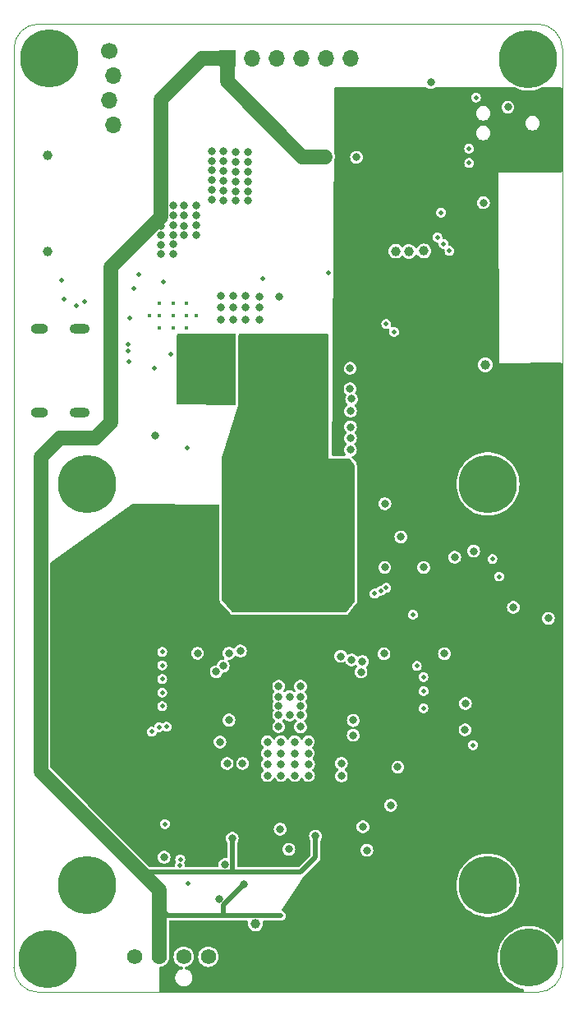
<source format=gbr>
%TF.GenerationSoftware,KiCad,Pcbnew,8.0.7*%
%TF.CreationDate,2025-01-25T17:17:19-05:00*%
%TF.ProjectId,bitaxeGamma,62697461-7865-4476-916d-6d612e6b6963,rev?*%
%TF.SameCoordinates,Original*%
%TF.FileFunction,Copper,L3,Inr*%
%TF.FilePolarity,Positive*%
%FSLAX46Y46*%
G04 Gerber Fmt 4.6, Leading zero omitted, Abs format (unit mm)*
G04 Created by KiCad (PCBNEW 8.0.7) date 2025-01-25 17:17:19*
%MOMM*%
%LPD*%
G01*
G04 APERTURE LIST*
%TA.AperFunction,ComponentPad*%
%ADD10C,6.000000*%
%TD*%
%TA.AperFunction,ComponentPad*%
%ADD11C,0.800000*%
%TD*%
%TA.AperFunction,ComponentPad*%
%ADD12R,1.700000X1.700000*%
%TD*%
%TA.AperFunction,ComponentPad*%
%ADD13O,1.700000X1.700000*%
%TD*%
%TA.AperFunction,ComponentPad*%
%ADD14C,0.400000*%
%TD*%
%TA.AperFunction,ComponentPad*%
%ADD15C,1.574800*%
%TD*%
%TA.AperFunction,ComponentPad*%
%ADD16C,1.700000*%
%TD*%
%TA.AperFunction,ComponentPad*%
%ADD17O,1.800000X1.000000*%
%TD*%
%TA.AperFunction,ComponentPad*%
%ADD18O,2.100000X1.000000*%
%TD*%
%TA.AperFunction,ViaPad*%
%ADD19C,0.800000*%
%TD*%
%TA.AperFunction,ViaPad*%
%ADD20C,1.000000*%
%TD*%
%TA.AperFunction,ViaPad*%
%ADD21C,0.500000*%
%TD*%
%TA.AperFunction,ViaPad*%
%ADD22C,1.200000*%
%TD*%
%TA.AperFunction,Conductor*%
%ADD23C,1.500000*%
%TD*%
%TA.AperFunction,Conductor*%
%ADD24C,0.508000*%
%TD*%
%TA.AperFunction,Profile*%
%ADD25C,0.001000*%
%TD*%
G04 APERTURE END LIST*
D10*
%TO.N,GND*%
%TO.C,H6*%
X84710000Y-94910000D03*
%TD*%
%TO.N,GND*%
%TO.C,H5*%
X126060000Y-136260000D03*
%TD*%
D11*
%TO.N,GND*%
%TO.C,H1*%
X127985010Y-51120990D03*
X128644020Y-49530000D03*
X128644020Y-52711980D03*
X130235010Y-48870990D03*
D10*
X130235010Y-51120990D03*
D11*
X130235010Y-53370990D03*
X131826000Y-49530000D03*
X131826000Y-52711980D03*
X132485010Y-51120990D03*
%TD*%
%TO.N,GND*%
%TO.C,H3*%
X128052000Y-143728000D03*
X128711010Y-142137010D03*
X128711010Y-145318990D03*
X130302000Y-141478000D03*
D10*
X130302000Y-143728000D03*
D11*
X130302000Y-145978000D03*
X131892990Y-142137010D03*
X131892990Y-145318990D03*
X132552000Y-143728000D03*
%TD*%
D12*
%TO.N,/5V*%
%TO.C,J4*%
X99171505Y-51054000D03*
D13*
%TO.N,GND*%
X101711505Y-51054000D03*
%TO.N,Net-(J4-Pin_3)*%
X104251505Y-51054000D03*
%TO.N,Net-(J4-Pin_4)*%
X106791505Y-51054000D03*
%TO.N,Net-(J4-Pin_5)*%
X109331505Y-51054000D03*
%TO.N,Net-(J4-Pin_6)*%
X111871505Y-51054000D03*
%TD*%
D11*
%TO.N,GND*%
%TO.C,H4*%
X78455010Y-143830990D03*
X79114020Y-142240000D03*
X79114020Y-145421980D03*
X80705010Y-141580990D03*
D10*
X80705010Y-143830990D03*
D11*
X80705010Y-146080990D03*
X82296000Y-142240000D03*
X82296000Y-145421980D03*
X82955010Y-143830990D03*
%TD*%
D10*
%TO.N,GND*%
%TO.C,H8*%
X84710000Y-136260000D03*
%TD*%
D11*
%TO.N,GND*%
%TO.C,H2*%
X78558000Y-51054000D03*
X79217010Y-49463010D03*
X79217010Y-52644990D03*
X80808000Y-48804000D03*
D10*
X80808000Y-51054000D03*
D11*
X80808000Y-53304000D03*
X82398990Y-49463010D03*
X82398990Y-52644990D03*
X83058000Y-51054000D03*
%TD*%
D10*
%TO.N,GND*%
%TO.C,H7*%
X126060000Y-94910000D03*
%TD*%
D14*
%TO.N,GND*%
%TO.C,U2*%
X92180000Y-78870000D03*
X93580000Y-78870000D03*
X94980000Y-78870000D03*
X91180000Y-77590000D03*
X92180000Y-77590000D03*
X93580000Y-77590000D03*
X94980000Y-77590000D03*
X95980000Y-77590000D03*
X92180000Y-76310000D03*
X93580000Y-76310000D03*
X94980000Y-76310000D03*
%TD*%
D15*
%TO.N,GND*%
%TO.C,J6*%
X89621000Y-143622000D03*
%TO.N,/5V*%
X92161000Y-143622000D03*
%TO.N,/Fan/FAN_TACH*%
X94701000Y-143622000D03*
%TO.N,/Fan/FAN_PWM*%
X97241000Y-143622000D03*
%TD*%
D16*
%TO.N,GND*%
%TO.C,J3*%
X87005000Y-50292000D03*
D13*
%TO.N,/3V3*%
X87405000Y-52832000D03*
%TO.N,/SCL*%
X87005000Y-55372000D03*
%TO.N,/SDA*%
X87405000Y-57912000D03*
%TD*%
D17*
%TO.N,GND*%
%TO.C,J5*%
X79790000Y-87580000D03*
D18*
X83970000Y-87580000D03*
D17*
X79790000Y-78940000D03*
D18*
X83970000Y-78940000D03*
%TD*%
D19*
%TO.N,GND*%
X105610000Y-116830000D03*
X112180000Y-119260000D03*
X98800000Y-61660000D03*
X113580000Y-132650000D03*
X99800000Y-75550000D03*
X98050000Y-114260000D03*
X98800000Y-65700000D03*
X103341667Y-123775000D03*
X104490000Y-118700000D03*
X100050000Y-65750000D03*
X112180000Y-120800000D03*
X106158333Y-123775000D03*
X107566667Y-124950000D03*
X101350000Y-62720000D03*
X106740000Y-119930000D03*
X104750000Y-124950000D03*
X100050000Y-61710000D03*
X111900000Y-87400000D03*
X98800000Y-63680000D03*
X106740000Y-118720000D03*
X104640000Y-130470000D03*
X105540000Y-132550000D03*
D20*
X116540000Y-70920000D03*
D19*
X103341667Y-124950000D03*
X125600000Y-65940000D03*
X116770000Y-124080000D03*
X106740000Y-117780000D03*
D21*
X95080000Y-91220000D03*
D19*
X104490000Y-117760000D03*
X102550000Y-76750000D03*
X103325000Y-121475000D03*
X105630000Y-118700000D03*
X100050000Y-62720000D03*
X98800000Y-60650000D03*
X107566667Y-123775000D03*
X115350000Y-112400000D03*
X123750000Y-117530000D03*
X111900000Y-89050000D03*
X101350000Y-60700000D03*
X97600000Y-64640000D03*
X99800000Y-76700000D03*
X107550000Y-121475000D03*
X101100000Y-77950000D03*
X106740000Y-116860000D03*
X98954400Y-134128017D03*
X116050000Y-128010000D03*
X98800000Y-62670000D03*
X104490000Y-119910000D03*
X120175000Y-53550000D03*
X128130000Y-56090000D03*
X112980000Y-114270000D03*
D20*
X80680000Y-61050000D03*
X102100000Y-140255600D03*
D19*
X101350000Y-63730000D03*
X104733333Y-121475000D03*
X91790000Y-89910000D03*
X112000000Y-86150000D03*
X117090000Y-100360000D03*
X121580000Y-112400000D03*
X101350000Y-61710000D03*
X111860000Y-83000000D03*
X106141666Y-122650000D03*
X111850000Y-85100000D03*
X122640000Y-102460000D03*
X98331421Y-137649999D03*
X100050000Y-60700000D03*
X113180000Y-130220000D03*
D20*
X117910000Y-70950000D03*
D19*
X119440000Y-103510000D03*
X99370000Y-119240000D03*
X111900000Y-90200000D03*
X100050000Y-64740000D03*
X123710000Y-120230000D03*
X111900000Y-91400000D03*
X96125000Y-112350000D03*
X104490000Y-115746000D03*
X101100000Y-75550000D03*
X98500000Y-77950000D03*
X98800000Y-64690000D03*
X106141666Y-121475000D03*
X103325000Y-122650000D03*
X97600000Y-62620000D03*
X98440000Y-121490000D03*
X92680000Y-133370000D03*
X100050000Y-63730000D03*
X128690000Y-107620000D03*
X104750000Y-123775000D03*
X97600000Y-60600000D03*
X112512000Y-61250000D03*
X104490000Y-116840000D03*
X98500000Y-76700000D03*
X104560000Y-75650000D03*
X97600000Y-63630000D03*
X99800000Y-77950000D03*
X101100000Y-76700000D03*
D20*
X119454234Y-70914234D03*
D19*
X97600000Y-61610000D03*
D20*
X125800000Y-82625000D03*
D19*
X101350000Y-64740000D03*
X106740000Y-115766000D03*
X97600000Y-65650000D03*
X102550000Y-78000000D03*
X115440000Y-96940000D03*
X106158333Y-124950000D03*
X104733333Y-122650000D03*
X107550000Y-122650000D03*
X102550000Y-75600000D03*
X101350000Y-65750000D03*
X132297000Y-108743000D03*
X98500000Y-75550000D03*
%TO.N,/VDD*%
X102475000Y-105550000D03*
X103725000Y-104350000D03*
X102375000Y-83225000D03*
D21*
X120850000Y-69510000D03*
D19*
X104975000Y-103250000D03*
X106225000Y-103250000D03*
X110000000Y-104325000D03*
X102475000Y-102150000D03*
X107475000Y-105550000D03*
X104775000Y-83225000D03*
D21*
X84500000Y-76160000D03*
D19*
X107475000Y-102150000D03*
X108725000Y-102130000D03*
X102475000Y-103250000D03*
X101425000Y-85250000D03*
X110000000Y-106625000D03*
X106225000Y-104350000D03*
X103725000Y-103250000D03*
X108725000Y-105530000D03*
X101250000Y-105550000D03*
X107475000Y-103250000D03*
X108725000Y-106630000D03*
X103900000Y-85250000D03*
X103725000Y-105550000D03*
X103725000Y-102150000D03*
X102475000Y-104350000D03*
X106225000Y-102150000D03*
X102650000Y-85250000D03*
X107475000Y-104350000D03*
X106225000Y-105550000D03*
X102375000Y-82125000D03*
X110000000Y-103225000D03*
X110000000Y-105525000D03*
X110000000Y-102125000D03*
X108725000Y-103230000D03*
X104975000Y-102150000D03*
X104975000Y-105550000D03*
X104775000Y-82125000D03*
X103625000Y-83225000D03*
X101250000Y-103250000D03*
X103625000Y-82125000D03*
X106025000Y-82125000D03*
X108725000Y-104330000D03*
X101250000Y-106650000D03*
X105050000Y-85250000D03*
X101150000Y-82125000D03*
X101250000Y-102150000D03*
X101250000Y-104350000D03*
X102475000Y-106650000D03*
X104975000Y-104350000D03*
X101150000Y-83225000D03*
D21*
%TO.N,/ESP32/EN*%
X122101300Y-70905000D03*
X127228000Y-104448000D03*
D19*
%TO.N,/5V*%
X93620000Y-68280000D03*
X94750000Y-68300000D03*
X92350000Y-66250000D03*
X93600000Y-69250000D03*
X93600000Y-71200000D03*
X92350000Y-68300000D03*
X96020000Y-66230000D03*
D22*
X109280000Y-61185155D03*
D19*
X108290000Y-131179000D03*
X93600000Y-67250000D03*
X92350000Y-70250000D03*
X99710000Y-131420000D03*
X96000000Y-67250000D03*
X94730000Y-67270000D03*
X94750000Y-66250000D03*
D20*
X80680000Y-70950000D03*
D19*
X93620000Y-70230000D03*
X92330000Y-71220000D03*
X96020000Y-68280000D03*
X92330000Y-69270000D03*
X100900000Y-136150000D03*
X93620000Y-66230000D03*
X92330000Y-67270000D03*
D21*
X104700000Y-139400000D03*
D19*
X96000000Y-69250000D03*
X94730000Y-69270000D03*
%TO.N,/3V3*%
X129830000Y-56090000D03*
D20*
X124375000Y-82650000D03*
D19*
X123394000Y-86260000D03*
X112800000Y-73300000D03*
X96380000Y-133670000D03*
D22*
X111440000Y-55180000D03*
D19*
X122930000Y-99700000D03*
X120300000Y-56925000D03*
X127250000Y-107630000D03*
D20*
X115370000Y-61560000D03*
D19*
X95560000Y-126330000D03*
D21*
%TO.N,/TX*%
X116380000Y-79250000D03*
%TO.N,/RX*%
X115580000Y-78420000D03*
%TO.N,/RST*%
X121476817Y-70170000D03*
%TO.N,/SCL*%
X94317599Y-134229617D03*
X88970000Y-81220000D03*
%TO.N,/Fan/FAN_PWM*%
X92755000Y-129945000D03*
%TO.N,/Power/SW*%
X94825000Y-85195000D03*
X96210000Y-80950000D03*
X97018750Y-85195000D03*
X97870000Y-80950000D03*
X98700000Y-80950000D03*
X95380000Y-80950000D03*
X96287500Y-85195000D03*
X97750000Y-85195000D03*
X94550000Y-80950000D03*
X97040000Y-80950000D03*
X95556250Y-85195000D03*
%TO.N,Net-(U2-BP1V5)*%
X91690000Y-82980000D03*
X83660000Y-76570000D03*
%TO.N,/ESP32/P_TX*%
X124125000Y-61850000D03*
%TO.N,/ESP32/P_RX*%
X124125000Y-60375000D03*
%TO.N,/ESP32/IO0*%
X121244400Y-66945600D03*
X124830000Y-55100000D03*
X126520000Y-102640000D03*
%TO.N,Net-(U2-VDD5)*%
X92570000Y-74110000D03*
X102820000Y-73740000D03*
%TO.N,/Power/PGOOD*%
X89020000Y-82280000D03*
X109600000Y-73150000D03*
%TO.N,/SDA*%
X82130000Y-73910000D03*
X94340000Y-133580000D03*
X88990000Y-80510000D03*
X82390000Y-75900000D03*
D19*
%TO.N,Net-(U8-VDDIO_12_1)*%
X100770000Y-123700000D03*
%TO.N,Net-(U8-VDDIO_08_1)*%
X99180000Y-123710000D03*
D21*
%TO.N,Net-(U8-ROSC_SEL)*%
X119430000Y-116250000D03*
%TO.N,Net-(U8-LITE_PAD)*%
X119420000Y-118020000D03*
%TO.N,Net-(U8-INV_CLKO)*%
X124540000Y-121820000D03*
%TO.N,/Fan/TEMP_N*%
X92180000Y-119960000D03*
%TO.N,/Fan/TEMP_P*%
X92940000Y-119930000D03*
%TO.N,/Power/AGND*%
X89170000Y-77830000D03*
X90050000Y-73300000D03*
X89550000Y-74800000D03*
%TO.N,/Power/PMB_ALRT*%
X93330000Y-81550000D03*
D19*
%TO.N,/BM1370/VDD3_0*%
X113125000Y-113200000D03*
%TO.N,/BM1370/1V2*%
X110950000Y-124990000D03*
X124600000Y-101830000D03*
X115430000Y-103510000D03*
%TO.N,/BM1370/0V8*%
X110970000Y-123700000D03*
%TO.N,/BM1370/VDD2_0*%
X112017500Y-113042500D03*
%TO.N,/BM1370/VDD1_0*%
X110892500Y-112667500D03*
%TO.N,/BM1370/VDD1_1*%
X100540000Y-112125000D03*
%TO.N,/BM1370/VDD2_1*%
X99360000Y-112350000D03*
%TO.N,/BM1370/VDD3_1*%
X98767500Y-113657500D03*
D21*
%TO.N,/BM1370/BI*%
X119420000Y-114790000D03*
%TO.N,/BM1370/RST_N*%
X114380000Y-106220000D03*
%TO.N,/BM1370/CI*%
X115000536Y-105929128D03*
%TO.N,/BM1370/RO*%
X115575000Y-105625000D03*
X118320000Y-108370000D03*
%TO.N,/BM1370/CLKI*%
X118740000Y-113660000D03*
%TO.N,/BM1370/NRSTO*%
X92480000Y-112210000D03*
%TO.N,/BM1370/CO*%
X92480000Y-113611428D03*
%TO.N,/BM1370/RI*%
X92480000Y-115012856D03*
%TO.N,/BM1370/CLKO*%
X92480000Y-116414284D03*
%TO.N,/BM1370/BO*%
X92480000Y-117815712D03*
%TO.N,/BM1370/PIN_MODE*%
X91400000Y-120430000D03*
%TO.N,/Fan/FAN_TACH*%
X95170000Y-136070000D03*
%TD*%
D23*
%TO.N,/5V*%
X92322400Y-55317600D02*
X96586000Y-51054000D01*
X92322400Y-67442400D02*
X92322400Y-55317600D01*
D24*
X106784599Y-134883617D02*
X108290000Y-133378216D01*
X104700000Y-139400000D02*
X98800000Y-139400000D01*
D23*
X92207000Y-143576000D02*
X92161000Y-143622000D01*
D24*
X98800000Y-139400000D02*
X93060000Y-139400000D01*
D23*
X92161000Y-143622000D02*
X92161000Y-138501000D01*
X79950000Y-92140000D02*
X81900000Y-90190000D01*
X92161000Y-136761000D02*
X90645000Y-135245000D01*
D24*
X98800000Y-138250000D02*
X98800000Y-139400000D01*
X93060000Y-139400000D02*
X92161000Y-138501000D01*
D23*
X79950000Y-124550000D02*
X79950000Y-92140000D01*
X106895155Y-61185155D02*
X99171505Y-53461505D01*
X87190000Y-88540000D02*
X87190000Y-72574800D01*
X109280000Y-61185155D02*
X106895155Y-61185155D01*
D24*
X100900000Y-136150000D02*
X98800000Y-138250000D01*
D23*
X85540000Y-90190000D02*
X87190000Y-88540000D01*
D24*
X90645000Y-135515000D02*
X91276383Y-134883617D01*
D23*
X96586000Y-51054000D02*
X99171505Y-51054000D01*
X92161000Y-138501000D02*
X92161000Y-136761000D01*
D24*
X91276383Y-134883617D02*
X106784599Y-134883617D01*
D23*
X99171505Y-53461505D02*
X99171505Y-51054000D01*
D24*
X108290000Y-133378216D02*
X108290000Y-131179000D01*
D23*
X87190000Y-72574800D02*
X92322400Y-67442400D01*
D24*
X99710000Y-131420000D02*
X99710000Y-134883617D01*
D23*
X90645000Y-135245000D02*
X79950000Y-124550000D01*
X81900000Y-90190000D02*
X85540000Y-90190000D01*
%TD*%
%TA.AperFunction,Conductor*%
%TO.N,/VDD*%
G36*
X109592121Y-79470002D02*
G01*
X109638614Y-79523658D01*
X109650000Y-79576000D01*
X109650000Y-92275000D01*
X111689652Y-92269930D01*
X111757822Y-92289763D01*
X111787944Y-92316708D01*
X112272058Y-92915442D01*
X112299335Y-92980990D01*
X112300079Y-92994440D01*
X112324924Y-106957390D01*
X112305043Y-107025546D01*
X112299198Y-107033910D01*
X111487919Y-108100162D01*
X111430753Y-108142263D01*
X111387377Y-108149866D01*
X99758550Y-108125124D01*
X99690472Y-108104977D01*
X99662339Y-108080166D01*
X98679521Y-106910144D01*
X98651022Y-106845119D01*
X98650000Y-106829102D01*
X98650000Y-92269195D01*
X98655716Y-92231675D01*
X100350000Y-86800001D01*
X100350000Y-79576000D01*
X100370002Y-79507879D01*
X100423658Y-79461386D01*
X100476000Y-79450000D01*
X109524000Y-79450000D01*
X109592121Y-79470002D01*
G37*
%TD.AperFunction*%
%TD*%
%TA.AperFunction,Conductor*%
%TO.N,/Power/SW*%
G36*
X100037539Y-79469685D02*
G01*
X100083294Y-79522489D01*
X100094500Y-79574000D01*
X100094500Y-86673031D01*
X100074815Y-86740070D01*
X100022011Y-86785825D01*
X99969531Y-86797027D01*
X94073876Y-86750967D01*
X94006993Y-86730760D01*
X93961652Y-86677600D01*
X93950848Y-86626122D01*
X93999156Y-79573149D01*
X94019299Y-79506248D01*
X94072415Y-79460855D01*
X94123153Y-79450000D01*
X99970500Y-79450000D01*
X100037539Y-79469685D01*
G37*
%TD.AperFunction*%
%TD*%
%TA.AperFunction,Conductor*%
%TO.N,/3V3*%
G36*
X119781752Y-54078002D02*
G01*
X119797182Y-54089685D01*
X119800471Y-54092599D01*
X119800472Y-54092599D01*
X119800474Y-54092601D01*
X119843402Y-54115131D01*
X119941207Y-54166463D01*
X120095529Y-54204500D01*
X120095530Y-54204500D01*
X120254470Y-54204500D01*
X120254471Y-54204500D01*
X120408793Y-54166463D01*
X120549529Y-54092599D01*
X120552817Y-54089685D01*
X120555736Y-54088313D01*
X120555803Y-54088268D01*
X120555810Y-54088279D01*
X120617071Y-54059487D01*
X120636369Y-54058000D01*
X128804664Y-54058000D01*
X128857570Y-54069646D01*
X129028614Y-54148780D01*
X129028626Y-54148785D01*
X129363060Y-54261469D01*
X129707717Y-54337334D01*
X130058556Y-54375490D01*
X130058564Y-54375490D01*
X130411456Y-54375490D01*
X130411464Y-54375490D01*
X130762303Y-54337334D01*
X131106960Y-54261469D01*
X131441394Y-54148785D01*
X131478414Y-54131658D01*
X131612450Y-54069646D01*
X131665356Y-54058000D01*
X133606000Y-54058000D01*
X133674121Y-54078002D01*
X133720614Y-54131658D01*
X133732000Y-54184000D01*
X133732000Y-62672096D01*
X133711998Y-62740217D01*
X133658342Y-62786710D01*
X133606621Y-62798094D01*
X127129999Y-62829999D01*
X127239999Y-82460000D01*
X127240000Y-82460000D01*
X133605387Y-82428835D01*
X133673601Y-82448502D01*
X133720356Y-82501929D01*
X133732000Y-82554832D01*
X133732000Y-141759470D01*
X133711998Y-141827591D01*
X133707193Y-141834543D01*
X133403080Y-142244469D01*
X133346429Y-142287260D01*
X133275636Y-142292631D01*
X133213177Y-142258875D01*
X133190564Y-142228415D01*
X133094739Y-142047670D01*
X133094737Y-142047666D01*
X132950236Y-141834543D01*
X132896690Y-141755568D01*
X132668223Y-141486595D01*
X132668222Y-141486594D01*
X132412027Y-141243912D01*
X132412012Y-141243899D01*
X132131070Y-141030333D01*
X132131064Y-141030329D01*
X132073738Y-140995837D01*
X131828674Y-140848387D01*
X131828668Y-140848384D01*
X131508395Y-140700209D01*
X131508383Y-140700204D01*
X131173959Y-140587524D01*
X131173958Y-140587523D01*
X131173950Y-140587521D01*
X131123836Y-140576490D01*
X130829305Y-140511658D01*
X130829281Y-140511654D01*
X130478461Y-140473500D01*
X130478454Y-140473500D01*
X130125546Y-140473500D01*
X130125538Y-140473500D01*
X129774718Y-140511654D01*
X129774694Y-140511658D01*
X129430054Y-140587520D01*
X129430040Y-140587524D01*
X129095616Y-140700204D01*
X129095604Y-140700209D01*
X128775331Y-140848384D01*
X128775324Y-140848388D01*
X128472935Y-141030329D01*
X128472929Y-141030333D01*
X128191987Y-141243899D01*
X128191972Y-141243912D01*
X127935777Y-141486594D01*
X127707308Y-141755570D01*
X127509262Y-142047666D01*
X127509260Y-142047670D01*
X127343957Y-142359466D01*
X127343953Y-142359475D01*
X127213332Y-142687308D01*
X127118918Y-143027355D01*
X127061826Y-143375609D01*
X127042720Y-143727996D01*
X127042720Y-143728003D01*
X127061826Y-144080390D01*
X127118918Y-144428644D01*
X127213332Y-144768691D01*
X127299926Y-144986026D01*
X127343958Y-145096536D01*
X127398560Y-145199526D01*
X127509260Y-145408329D01*
X127509262Y-145408333D01*
X127584978Y-145520006D01*
X127707310Y-145700432D01*
X127935777Y-145969405D01*
X128191972Y-146212087D01*
X128191987Y-146212100D01*
X128472934Y-146425670D01*
X128775326Y-146607613D01*
X128857609Y-146645681D01*
X129095604Y-146755790D01*
X129095616Y-146755795D01*
X129430050Y-146868479D01*
X129684817Y-146924557D01*
X129706434Y-146929316D01*
X129768662Y-146963494D01*
X129802533Y-147025890D01*
X129797294Y-147096693D01*
X129780541Y-147127441D01*
X129702175Y-147233073D01*
X129645527Y-147275864D01*
X129600984Y-147284000D01*
X92284603Y-147284000D01*
X92216482Y-147263998D01*
X92169989Y-147210342D01*
X92158604Y-147158475D01*
X92149689Y-144784723D01*
X92169434Y-144716532D01*
X92222915Y-144669838D01*
X92263335Y-144658861D01*
X92331186Y-144652178D01*
X92365240Y-144648825D01*
X92365241Y-144648824D01*
X92365248Y-144648824D01*
X92561647Y-144589247D01*
X92742649Y-144492500D01*
X92901299Y-144362299D01*
X93031500Y-144203649D01*
X93128247Y-144022647D01*
X93187824Y-143826248D01*
X93193518Y-143768426D01*
X93195325Y-143756247D01*
X93211500Y-143674935D01*
X93211500Y-143621997D01*
X93654059Y-143621997D01*
X93654059Y-143622002D01*
X93674174Y-143826241D01*
X93674175Y-143826247D01*
X93674176Y-143826248D01*
X93733753Y-144022647D01*
X93830500Y-144203649D01*
X93960701Y-144362299D01*
X94119351Y-144492500D01*
X94300353Y-144589247D01*
X94496752Y-144648824D01*
X94496756Y-144648824D01*
X94496758Y-144648825D01*
X94518950Y-144651011D01*
X94584782Y-144677593D01*
X94625792Y-144735548D01*
X94628959Y-144806474D01*
X94593278Y-144867853D01*
X94531182Y-144899983D01*
X94439004Y-144918318D01*
X94438999Y-144918320D01*
X94275543Y-144986026D01*
X94128431Y-145084323D01*
X94128425Y-145084328D01*
X94003327Y-145209426D01*
X94003322Y-145209432D01*
X93905025Y-145356544D01*
X93837319Y-145520000D01*
X93837317Y-145520005D01*
X93802800Y-145693533D01*
X93802800Y-145693536D01*
X93802800Y-145870466D01*
X93837317Y-146043996D01*
X93905025Y-146207458D01*
X93908127Y-146212100D01*
X94003322Y-146354569D01*
X94003327Y-146354575D01*
X94128425Y-146479673D01*
X94128431Y-146479678D01*
X94275543Y-146577976D01*
X94439005Y-146645684D01*
X94612535Y-146680201D01*
X94612536Y-146680201D01*
X94789464Y-146680201D01*
X94789465Y-146680201D01*
X94962995Y-146645684D01*
X95126457Y-146577976D01*
X95273569Y-146479678D01*
X95398677Y-146354570D01*
X95496975Y-146207458D01*
X95564683Y-146043996D01*
X95599200Y-145870466D01*
X95599200Y-145693536D01*
X95564683Y-145520006D01*
X95496975Y-145356544D01*
X95398677Y-145209432D01*
X95398672Y-145209426D01*
X95273574Y-145084328D01*
X95273568Y-145084323D01*
X95224754Y-145051706D01*
X95126457Y-144986026D01*
X94962995Y-144918318D01*
X94870816Y-144899982D01*
X94807908Y-144867075D01*
X94772776Y-144805380D01*
X94776576Y-144734485D01*
X94818102Y-144676899D01*
X94883049Y-144651011D01*
X94905241Y-144648825D01*
X94905242Y-144648824D01*
X94905248Y-144648824D01*
X95101647Y-144589247D01*
X95282649Y-144492500D01*
X95441299Y-144362299D01*
X95571500Y-144203649D01*
X95668247Y-144022647D01*
X95727824Y-143826248D01*
X95737501Y-143728003D01*
X95747941Y-143622002D01*
X95747941Y-143621997D01*
X96194059Y-143621997D01*
X96194059Y-143622002D01*
X96214174Y-143826241D01*
X96214175Y-143826247D01*
X96214176Y-143826248D01*
X96273753Y-144022647D01*
X96370500Y-144203649D01*
X96500701Y-144362299D01*
X96659351Y-144492500D01*
X96840353Y-144589247D01*
X97036752Y-144648824D01*
X97036756Y-144648824D01*
X97036758Y-144648825D01*
X97240997Y-144668941D01*
X97241000Y-144668941D01*
X97241003Y-144668941D01*
X97445241Y-144648825D01*
X97445242Y-144648824D01*
X97445248Y-144648824D01*
X97641647Y-144589247D01*
X97822649Y-144492500D01*
X97981299Y-144362299D01*
X98111500Y-144203649D01*
X98208247Y-144022647D01*
X98267824Y-143826248D01*
X98277501Y-143728003D01*
X98287941Y-143622002D01*
X98287941Y-143621997D01*
X98267825Y-143417758D01*
X98267824Y-143417756D01*
X98267824Y-143417752D01*
X98208247Y-143221353D01*
X98111500Y-143040351D01*
X97981299Y-142881701D01*
X97822649Y-142751500D01*
X97641647Y-142654753D01*
X97445248Y-142595176D01*
X97445247Y-142595175D01*
X97445241Y-142595174D01*
X97241003Y-142575059D01*
X97240997Y-142575059D01*
X97036758Y-142595174D01*
X96840352Y-142654753D01*
X96659350Y-142751500D01*
X96500701Y-142881701D01*
X96370500Y-143040350D01*
X96273753Y-143221352D01*
X96214174Y-143417758D01*
X96194059Y-143621997D01*
X95747941Y-143621997D01*
X95727825Y-143417758D01*
X95727824Y-143417756D01*
X95727824Y-143417752D01*
X95668247Y-143221353D01*
X95571500Y-143040351D01*
X95441299Y-142881701D01*
X95282649Y-142751500D01*
X95101647Y-142654753D01*
X94905248Y-142595176D01*
X94905247Y-142595175D01*
X94905241Y-142595174D01*
X94701003Y-142575059D01*
X94700997Y-142575059D01*
X94496758Y-142595174D01*
X94300352Y-142654753D01*
X94119350Y-142751500D01*
X93960701Y-142881701D01*
X93830500Y-143040350D01*
X93733753Y-143221352D01*
X93674174Y-143417758D01*
X93654059Y-143621997D01*
X93211500Y-143621997D01*
X93211500Y-143477065D01*
X93172897Y-143282998D01*
X93172894Y-143282991D01*
X93171099Y-143277071D01*
X93172751Y-143276569D01*
X93165500Y-143240076D01*
X93165500Y-140034500D01*
X93185502Y-139966379D01*
X93239158Y-139919886D01*
X93291500Y-139908500D01*
X98733055Y-139908500D01*
X98866945Y-139908500D01*
X101244519Y-139908500D01*
X101312640Y-139928502D01*
X101359133Y-139982158D01*
X101369237Y-140052432D01*
X101363448Y-140076114D01*
X101359763Y-140086646D01*
X101340726Y-140255600D01*
X101359763Y-140424554D01*
X101390241Y-140511656D01*
X101415918Y-140585037D01*
X101415919Y-140585039D01*
X101506375Y-140728999D01*
X101506377Y-140729002D01*
X101626597Y-140849222D01*
X101626600Y-140849224D01*
X101770563Y-140939682D01*
X101931046Y-140995837D01*
X102100000Y-141014874D01*
X102268954Y-140995837D01*
X102429437Y-140939682D01*
X102573400Y-140849224D01*
X102693624Y-140729000D01*
X102784082Y-140585037D01*
X102840237Y-140424554D01*
X102859274Y-140255600D01*
X102840237Y-140086646D01*
X102836551Y-140076114D01*
X102832933Y-140005211D01*
X102868222Y-139943605D01*
X102931215Y-139910859D01*
X102955481Y-139908500D01*
X104766943Y-139908500D01*
X104766945Y-139908500D01*
X104896274Y-139873847D01*
X105012226Y-139806901D01*
X105106901Y-139712226D01*
X105120648Y-139688414D01*
X105124251Y-139683369D01*
X105123901Y-139683144D01*
X105128770Y-139675565D01*
X105128777Y-139675558D01*
X105128949Y-139675180D01*
X105134444Y-139664518D01*
X105173847Y-139596274D01*
X105183705Y-139559480D01*
X105187375Y-139549274D01*
X105189040Y-139543603D01*
X105189040Y-139543599D01*
X105189042Y-139543596D01*
X105189223Y-139542329D01*
X105192229Y-139527664D01*
X105208500Y-139466945D01*
X105208500Y-139417273D01*
X105209688Y-139400664D01*
X105209688Y-139399336D01*
X105208500Y-139382724D01*
X105208500Y-139333055D01*
X105192235Y-139272353D01*
X105189223Y-139257662D01*
X105189170Y-139257296D01*
X105189042Y-139256404D01*
X105189041Y-139256401D01*
X105187379Y-139250738D01*
X105183705Y-139240519D01*
X105173847Y-139203726D01*
X105136832Y-139139615D01*
X105134447Y-139135484D01*
X105128946Y-139124813D01*
X105128776Y-139124440D01*
X105123906Y-139116862D01*
X105124251Y-139116639D01*
X105120652Y-139111592D01*
X105106901Y-139087774D01*
X105106897Y-139087770D01*
X105106894Y-139087766D01*
X105012227Y-138993099D01*
X105012224Y-138993097D01*
X104896278Y-138926155D01*
X104896276Y-138926154D01*
X104896274Y-138926153D01*
X104896271Y-138926152D01*
X104888643Y-138922993D01*
X104889872Y-138920025D01*
X104842166Y-138890935D01*
X104811156Y-138827068D01*
X104819597Y-138756575D01*
X104830199Y-138736873D01*
X106462249Y-136259996D01*
X122800720Y-136259996D01*
X122800720Y-136260003D01*
X122819826Y-136612390D01*
X122876918Y-136960644D01*
X122937011Y-137177077D01*
X122971333Y-137300693D01*
X123101958Y-137628536D01*
X123267263Y-137940334D01*
X123465310Y-138232432D01*
X123514738Y-138290623D01*
X123693777Y-138501405D01*
X123949972Y-138744087D01*
X123949987Y-138744100D01*
X124230934Y-138957670D01*
X124533326Y-139139613D01*
X124649307Y-139193271D01*
X124853604Y-139287790D01*
X124853616Y-139287795D01*
X125188050Y-139400479D01*
X125532707Y-139476344D01*
X125883546Y-139514500D01*
X125883554Y-139514500D01*
X126236446Y-139514500D01*
X126236454Y-139514500D01*
X126587293Y-139476344D01*
X126931950Y-139400479D01*
X127266384Y-139287795D01*
X127586674Y-139139613D01*
X127889066Y-138957670D01*
X128170013Y-138744100D01*
X128180484Y-138734182D01*
X128414174Y-138512818D01*
X128426223Y-138501405D01*
X128654690Y-138232432D01*
X128852737Y-137940334D01*
X129018042Y-137628536D01*
X129148667Y-137300693D01*
X129243080Y-136960649D01*
X129300174Y-136612390D01*
X129319280Y-136260000D01*
X129300174Y-135907610D01*
X129259731Y-135660923D01*
X129243081Y-135559355D01*
X129235913Y-135533537D01*
X129148667Y-135219307D01*
X129018042Y-134891464D01*
X128852737Y-134579666D01*
X128654690Y-134287568D01*
X128426223Y-134018595D01*
X128392302Y-133986463D01*
X128170027Y-133775912D01*
X128170012Y-133775899D01*
X127889070Y-133562333D01*
X127889064Y-133562329D01*
X127586674Y-133380387D01*
X127586668Y-133380384D01*
X127266395Y-133232209D01*
X127266383Y-133232204D01*
X126931959Y-133119524D01*
X126931958Y-133119523D01*
X126931950Y-133119521D01*
X126809643Y-133092599D01*
X126587305Y-133043658D01*
X126587281Y-133043654D01*
X126236461Y-133005500D01*
X126236454Y-133005500D01*
X125883546Y-133005500D01*
X125883538Y-133005500D01*
X125532718Y-133043654D01*
X125532694Y-133043658D01*
X125188054Y-133119520D01*
X125188040Y-133119524D01*
X124853616Y-133232204D01*
X124853604Y-133232209D01*
X124533331Y-133380384D01*
X124533324Y-133380388D01*
X124230935Y-133562329D01*
X124230929Y-133562333D01*
X123949987Y-133775899D01*
X123949972Y-133775912D01*
X123693777Y-134018594D01*
X123465308Y-134287570D01*
X123267262Y-134579666D01*
X123267260Y-134579670D01*
X123101957Y-134891466D01*
X123101953Y-134891475D01*
X122971332Y-135219308D01*
X122876918Y-135559355D01*
X122819826Y-135907609D01*
X122800720Y-136259996D01*
X106462249Y-136259996D01*
X107102173Y-135288816D01*
X107118278Y-135269064D01*
X108696901Y-133690442D01*
X108738583Y-133618248D01*
X108763847Y-133574490D01*
X108798500Y-133445161D01*
X108798500Y-132649996D01*
X112920693Y-132649996D01*
X112920693Y-132650003D01*
X112939849Y-132807779D01*
X112988447Y-132935919D01*
X112996213Y-132956395D01*
X113086502Y-133087201D01*
X113205471Y-133192599D01*
X113205472Y-133192599D01*
X113205474Y-133192601D01*
X113280200Y-133231820D01*
X113346207Y-133266463D01*
X113500529Y-133304500D01*
X113500530Y-133304500D01*
X113659470Y-133304500D01*
X113659471Y-133304500D01*
X113813793Y-133266463D01*
X113954529Y-133192599D01*
X114073498Y-133087201D01*
X114163787Y-132956395D01*
X114220149Y-132807782D01*
X114220149Y-132807781D01*
X114220150Y-132807779D01*
X114239307Y-132650003D01*
X114239307Y-132649996D01*
X114220150Y-132492220D01*
X114182224Y-132392220D01*
X114163787Y-132343605D01*
X114073498Y-132212799D01*
X113954529Y-132107401D01*
X113954528Y-132107400D01*
X113954525Y-132107398D01*
X113813797Y-132033539D01*
X113813795Y-132033538D01*
X113813793Y-132033537D01*
X113813791Y-132033536D01*
X113813790Y-132033536D01*
X113659472Y-131995500D01*
X113659471Y-131995500D01*
X113500529Y-131995500D01*
X113500527Y-131995500D01*
X113346209Y-132033536D01*
X113346202Y-132033539D01*
X113205474Y-132107398D01*
X113205469Y-132107402D01*
X113086501Y-132212800D01*
X112996215Y-132343601D01*
X112996212Y-132343607D01*
X112939849Y-132492220D01*
X112920693Y-132649996D01*
X108798500Y-132649996D01*
X108798500Y-131633729D01*
X108818502Y-131565608D01*
X108820777Y-131562191D01*
X108873787Y-131485395D01*
X108930149Y-131336782D01*
X108930149Y-131336781D01*
X108930150Y-131336779D01*
X108949307Y-131179003D01*
X108949307Y-131178996D01*
X108930150Y-131021220D01*
X108915578Y-130982799D01*
X108873787Y-130872605D01*
X108783498Y-130741799D01*
X108664529Y-130636401D01*
X108664528Y-130636400D01*
X108664525Y-130636398D01*
X108523797Y-130562539D01*
X108523795Y-130562538D01*
X108523793Y-130562537D01*
X108523791Y-130562536D01*
X108523790Y-130562536D01*
X108369472Y-130524500D01*
X108369471Y-130524500D01*
X108210529Y-130524500D01*
X108210527Y-130524500D01*
X108056209Y-130562536D01*
X108056202Y-130562539D01*
X107915474Y-130636398D01*
X107915469Y-130636402D01*
X107796501Y-130741800D01*
X107706215Y-130872601D01*
X107706212Y-130872607D01*
X107649849Y-131021220D01*
X107630693Y-131178996D01*
X107630693Y-131179003D01*
X107649849Y-131336779D01*
X107681413Y-131420003D01*
X107706213Y-131485395D01*
X107759196Y-131562154D01*
X107781432Y-131629577D01*
X107781500Y-131633729D01*
X107781500Y-133115398D01*
X107761498Y-133183519D01*
X107744595Y-133204493D01*
X106610876Y-134338212D01*
X106548564Y-134372238D01*
X106521781Y-134375117D01*
X100344500Y-134375117D01*
X100276379Y-134355115D01*
X100229886Y-134301459D01*
X100218500Y-134249117D01*
X100218500Y-132549996D01*
X104880693Y-132549996D01*
X104880693Y-132550003D01*
X104899849Y-132707779D01*
X104937775Y-132807779D01*
X104956213Y-132856395D01*
X105046502Y-132987201D01*
X105165471Y-133092599D01*
X105165472Y-133092599D01*
X105165474Y-133092601D01*
X105216772Y-133119524D01*
X105306207Y-133166463D01*
X105460529Y-133204500D01*
X105460530Y-133204500D01*
X105619470Y-133204500D01*
X105619471Y-133204500D01*
X105773793Y-133166463D01*
X105914529Y-133092599D01*
X106033498Y-132987201D01*
X106123787Y-132856395D01*
X106180149Y-132707782D01*
X106180149Y-132707781D01*
X106180150Y-132707779D01*
X106199307Y-132550003D01*
X106199307Y-132549996D01*
X106180150Y-132392220D01*
X106161711Y-132343601D01*
X106123787Y-132243605D01*
X106033498Y-132112799D01*
X105914529Y-132007401D01*
X105914528Y-132007400D01*
X105914525Y-132007398D01*
X105773797Y-131933539D01*
X105773795Y-131933538D01*
X105773793Y-131933537D01*
X105773791Y-131933536D01*
X105773790Y-131933536D01*
X105619472Y-131895500D01*
X105619471Y-131895500D01*
X105460529Y-131895500D01*
X105460527Y-131895500D01*
X105306209Y-131933536D01*
X105306202Y-131933539D01*
X105165474Y-132007398D01*
X105165469Y-132007402D01*
X105135967Y-132033539D01*
X105052599Y-132107398D01*
X105046501Y-132112800D01*
X104956215Y-132243601D01*
X104956212Y-132243607D01*
X104899849Y-132392220D01*
X104880693Y-132549996D01*
X100218500Y-132549996D01*
X100218500Y-131874729D01*
X100238502Y-131806608D01*
X100240777Y-131803191D01*
X100293787Y-131726395D01*
X100350149Y-131577782D01*
X100350149Y-131577781D01*
X100350150Y-131577779D01*
X100369307Y-131420003D01*
X100369307Y-131419996D01*
X100350150Y-131262220D01*
X100318588Y-131179000D01*
X100293787Y-131113605D01*
X100203498Y-130982799D01*
X100084529Y-130877401D01*
X100084528Y-130877400D01*
X100084525Y-130877398D01*
X99943797Y-130803539D01*
X99943795Y-130803538D01*
X99943793Y-130803537D01*
X99943791Y-130803536D01*
X99943790Y-130803536D01*
X99789472Y-130765500D01*
X99789471Y-130765500D01*
X99630529Y-130765500D01*
X99630527Y-130765500D01*
X99476209Y-130803536D01*
X99476202Y-130803539D01*
X99335474Y-130877398D01*
X99335469Y-130877402D01*
X99216501Y-130982800D01*
X99126215Y-131113601D01*
X99126212Y-131113607D01*
X99069849Y-131262220D01*
X99050693Y-131419996D01*
X99050693Y-131420003D01*
X99069849Y-131577779D01*
X99076178Y-131594466D01*
X99126213Y-131726395D01*
X99179196Y-131803154D01*
X99201432Y-131870577D01*
X99201500Y-131874729D01*
X99201500Y-133354006D01*
X99181498Y-133422127D01*
X99127842Y-133468620D01*
X99057568Y-133478724D01*
X99045348Y-133476345D01*
X99033877Y-133473517D01*
X99033871Y-133473517D01*
X98874929Y-133473517D01*
X98874927Y-133473517D01*
X98720609Y-133511553D01*
X98720602Y-133511556D01*
X98579874Y-133585415D01*
X98579869Y-133585419D01*
X98460901Y-133690817D01*
X98370615Y-133821618D01*
X98370612Y-133821624D01*
X98314249Y-133970237D01*
X98295093Y-134128013D01*
X98295093Y-134128021D01*
X98307952Y-134233930D01*
X98296307Y-134303965D01*
X98248646Y-134356586D01*
X98182871Y-134375117D01*
X94951779Y-134375117D01*
X94883658Y-134355115D01*
X94837165Y-134301459D01*
X94828131Y-134238629D01*
X94827287Y-134238629D01*
X94827287Y-134232756D01*
X94827061Y-134231186D01*
X94827287Y-134229617D01*
X94806641Y-134086021D01*
X94757964Y-133979435D01*
X94747862Y-133909162D01*
X94766587Y-133858964D01*
X94768770Y-133855565D01*
X94768777Y-133855558D01*
X94829042Y-133723596D01*
X94849688Y-133580000D01*
X94829042Y-133436404D01*
X94768777Y-133304442D01*
X94673775Y-133194804D01*
X94673774Y-133194803D01*
X94556633Y-133119521D01*
X94551732Y-133116371D01*
X94551731Y-133116370D01*
X94551730Y-133116370D01*
X94412536Y-133075500D01*
X94267464Y-133075500D01*
X94128269Y-133116370D01*
X94128266Y-133116372D01*
X94006225Y-133194803D01*
X93911223Y-133304441D01*
X93850958Y-133436403D01*
X93830312Y-133580000D01*
X93850958Y-133723596D01*
X93899633Y-133830180D01*
X93909736Y-133900454D01*
X93891021Y-133950636D01*
X93888825Y-133954053D01*
X93828557Y-134086020D01*
X93807911Y-134229620D01*
X93808136Y-134231185D01*
X93807911Y-134232750D01*
X93807911Y-134238629D01*
X93807066Y-134238629D01*
X93798033Y-134301459D01*
X93751540Y-134355115D01*
X93683420Y-134375117D01*
X91247884Y-134375117D01*
X91179763Y-134355115D01*
X91158789Y-134338212D01*
X90190573Y-133369996D01*
X92020693Y-133369996D01*
X92020693Y-133370003D01*
X92039849Y-133527779D01*
X92088447Y-133655919D01*
X92096213Y-133676395D01*
X92186502Y-133807201D01*
X92305471Y-133912599D01*
X92305472Y-133912599D01*
X92305474Y-133912601D01*
X92377944Y-133950636D01*
X92446207Y-133986463D01*
X92600529Y-134024500D01*
X92600530Y-134024500D01*
X92759470Y-134024500D01*
X92759471Y-134024500D01*
X92913793Y-133986463D01*
X93054529Y-133912599D01*
X93173498Y-133807201D01*
X93263787Y-133676395D01*
X93320149Y-133527782D01*
X93320149Y-133527781D01*
X93320150Y-133527779D01*
X93339307Y-133370003D01*
X93339307Y-133369996D01*
X93320150Y-133212220D01*
X93283799Y-133116372D01*
X93263787Y-133063605D01*
X93173498Y-132932799D01*
X93054529Y-132827401D01*
X93054528Y-132827400D01*
X93054525Y-132827398D01*
X92913797Y-132753539D01*
X92913795Y-132753538D01*
X92913793Y-132753537D01*
X92913791Y-132753536D01*
X92913790Y-132753536D01*
X92759472Y-132715500D01*
X92759471Y-132715500D01*
X92600529Y-132715500D01*
X92600527Y-132715500D01*
X92446209Y-132753536D01*
X92446202Y-132753539D01*
X92305474Y-132827398D01*
X92305469Y-132827402D01*
X92186501Y-132932800D01*
X92096215Y-133063601D01*
X92096212Y-133063607D01*
X92039849Y-133212220D01*
X92020693Y-133369996D01*
X90190573Y-133369996D01*
X87290573Y-130469996D01*
X103980693Y-130469996D01*
X103980693Y-130470003D01*
X103999849Y-130627779D01*
X104011008Y-130657201D01*
X104056213Y-130776395D01*
X104146502Y-130907201D01*
X104265471Y-131012599D01*
X104265472Y-131012599D01*
X104265474Y-131012601D01*
X104340200Y-131051820D01*
X104406207Y-131086463D01*
X104560529Y-131124500D01*
X104560530Y-131124500D01*
X104719470Y-131124500D01*
X104719471Y-131124500D01*
X104873793Y-131086463D01*
X105014529Y-131012599D01*
X105133498Y-130907201D01*
X105223787Y-130776395D01*
X105280149Y-130627782D01*
X105280149Y-130627781D01*
X105280150Y-130627779D01*
X105299307Y-130470003D01*
X105299307Y-130469996D01*
X105280150Y-130312220D01*
X105266538Y-130276331D01*
X105245173Y-130219996D01*
X112520693Y-130219996D01*
X112520693Y-130220003D01*
X112539849Y-130377779D01*
X112567050Y-130449500D01*
X112596213Y-130526395D01*
X112686502Y-130657201D01*
X112805471Y-130762599D01*
X112805472Y-130762599D01*
X112805474Y-130762601D01*
X112880200Y-130801820D01*
X112946207Y-130836463D01*
X113100529Y-130874500D01*
X113100530Y-130874500D01*
X113259470Y-130874500D01*
X113259471Y-130874500D01*
X113413793Y-130836463D01*
X113554529Y-130762599D01*
X113673498Y-130657201D01*
X113763787Y-130526395D01*
X113820149Y-130377782D01*
X113820149Y-130377781D01*
X113820150Y-130377779D01*
X113839307Y-130220003D01*
X113839307Y-130219996D01*
X113820150Y-130062220D01*
X113806538Y-130026331D01*
X113763787Y-129913605D01*
X113673498Y-129782799D01*
X113554529Y-129677401D01*
X113554528Y-129677400D01*
X113554525Y-129677398D01*
X113413797Y-129603539D01*
X113413795Y-129603538D01*
X113413793Y-129603537D01*
X113413791Y-129603536D01*
X113413790Y-129603536D01*
X113259472Y-129565500D01*
X113259471Y-129565500D01*
X113100529Y-129565500D01*
X113100527Y-129565500D01*
X112946209Y-129603536D01*
X112946202Y-129603539D01*
X112805474Y-129677398D01*
X112805469Y-129677402D01*
X112686501Y-129782800D01*
X112596215Y-129913601D01*
X112596212Y-129913607D01*
X112539849Y-130062220D01*
X112520693Y-130219996D01*
X105245173Y-130219996D01*
X105223787Y-130163605D01*
X105133498Y-130032799D01*
X105014529Y-129927401D01*
X105014528Y-129927400D01*
X105014525Y-129927398D01*
X104873797Y-129853539D01*
X104873795Y-129853538D01*
X104873793Y-129853537D01*
X104873791Y-129853536D01*
X104873790Y-129853536D01*
X104719472Y-129815500D01*
X104719471Y-129815500D01*
X104560529Y-129815500D01*
X104560527Y-129815500D01*
X104406209Y-129853536D01*
X104406202Y-129853539D01*
X104265474Y-129927398D01*
X104265469Y-129927402D01*
X104146501Y-130032800D01*
X104056215Y-130163601D01*
X104056212Y-130163607D01*
X103999849Y-130312220D01*
X103980693Y-130469996D01*
X87290573Y-130469996D01*
X86765577Y-129945000D01*
X92245312Y-129945000D01*
X92265958Y-130088596D01*
X92326223Y-130220558D01*
X92421225Y-130330196D01*
X92543268Y-130408629D01*
X92682464Y-130449500D01*
X92827536Y-130449500D01*
X92966732Y-130408629D01*
X93088775Y-130330196D01*
X93183777Y-130220558D01*
X93244042Y-130088596D01*
X93264688Y-129945000D01*
X93244042Y-129801404D01*
X93183777Y-129669442D01*
X93088775Y-129559804D01*
X93088774Y-129559803D01*
X93027753Y-129520587D01*
X92966732Y-129481371D01*
X92966731Y-129481370D01*
X92966730Y-129481370D01*
X92827536Y-129440500D01*
X92682464Y-129440500D01*
X92543269Y-129481370D01*
X92543266Y-129481372D01*
X92421225Y-129559803D01*
X92326223Y-129669441D01*
X92265958Y-129801403D01*
X92258462Y-129853537D01*
X92245312Y-129945000D01*
X86765577Y-129945000D01*
X84830573Y-128009996D01*
X115390693Y-128009996D01*
X115390693Y-128010003D01*
X115409849Y-128167779D01*
X115458447Y-128295919D01*
X115466213Y-128316395D01*
X115556502Y-128447201D01*
X115675471Y-128552599D01*
X115675472Y-128552599D01*
X115675474Y-128552601D01*
X115750200Y-128591820D01*
X115816207Y-128626463D01*
X115970529Y-128664500D01*
X115970530Y-128664500D01*
X116129470Y-128664500D01*
X116129471Y-128664500D01*
X116283793Y-128626463D01*
X116424529Y-128552599D01*
X116543498Y-128447201D01*
X116633787Y-128316395D01*
X116690149Y-128167782D01*
X116690149Y-128167781D01*
X116690150Y-128167779D01*
X116709307Y-128010003D01*
X116709307Y-128009996D01*
X116690150Y-127852220D01*
X116676538Y-127816331D01*
X116633787Y-127703605D01*
X116543498Y-127572799D01*
X116424529Y-127467401D01*
X116424528Y-127467400D01*
X116424525Y-127467398D01*
X116283797Y-127393539D01*
X116283795Y-127393538D01*
X116283793Y-127393537D01*
X116283791Y-127393536D01*
X116283790Y-127393536D01*
X116129472Y-127355500D01*
X116129471Y-127355500D01*
X115970529Y-127355500D01*
X115970527Y-127355500D01*
X115816209Y-127393536D01*
X115816202Y-127393539D01*
X115675474Y-127467398D01*
X115675469Y-127467402D01*
X115556501Y-127572800D01*
X115466215Y-127703601D01*
X115466212Y-127703607D01*
X115409849Y-127852220D01*
X115390693Y-128009996D01*
X84830573Y-128009996D01*
X80991405Y-124170828D01*
X80957379Y-124108516D01*
X80954500Y-124081733D01*
X80954500Y-123709996D01*
X98520693Y-123709996D01*
X98520693Y-123710003D01*
X98539849Y-123867779D01*
X98564501Y-123932779D01*
X98596213Y-124016395D01*
X98686502Y-124147201D01*
X98805471Y-124252599D01*
X98805472Y-124252599D01*
X98805474Y-124252601D01*
X98835173Y-124268188D01*
X98946207Y-124326463D01*
X99100529Y-124364500D01*
X99100530Y-124364500D01*
X99259470Y-124364500D01*
X99259471Y-124364500D01*
X99413793Y-124326463D01*
X99554529Y-124252599D01*
X99673498Y-124147201D01*
X99763787Y-124016395D01*
X99820149Y-123867782D01*
X99820149Y-123867781D01*
X99820150Y-123867779D01*
X99839307Y-123710003D01*
X99839307Y-123709996D01*
X99838093Y-123699996D01*
X100110693Y-123699996D01*
X100110693Y-123700003D01*
X100129849Y-123857779D01*
X100154289Y-123922220D01*
X100181352Y-123993579D01*
X100186212Y-124006392D01*
X100186215Y-124006398D01*
X100193118Y-124016398D01*
X100276502Y-124137201D01*
X100395471Y-124242599D01*
X100395472Y-124242599D01*
X100395474Y-124242601D01*
X100470200Y-124281820D01*
X100536207Y-124316463D01*
X100690529Y-124354500D01*
X100690530Y-124354500D01*
X100849470Y-124354500D01*
X100849471Y-124354500D01*
X101003793Y-124316463D01*
X101144529Y-124242599D01*
X101263498Y-124137201D01*
X101353787Y-124006395D01*
X101410149Y-123857782D01*
X101410149Y-123857781D01*
X101410150Y-123857779D01*
X101429307Y-123700003D01*
X101429307Y-123699996D01*
X101410150Y-123542220D01*
X101384801Y-123475381D01*
X101353787Y-123393605D01*
X101263498Y-123262799D01*
X101144529Y-123157401D01*
X101144528Y-123157400D01*
X101144525Y-123157398D01*
X101003797Y-123083539D01*
X101003795Y-123083538D01*
X101003793Y-123083537D01*
X101003791Y-123083536D01*
X101003790Y-123083536D01*
X100849472Y-123045500D01*
X100849471Y-123045500D01*
X100690529Y-123045500D01*
X100690527Y-123045500D01*
X100536209Y-123083536D01*
X100536202Y-123083539D01*
X100395474Y-123157398D01*
X100395469Y-123157402D01*
X100276501Y-123262800D01*
X100186215Y-123393601D01*
X100186212Y-123393607D01*
X100129849Y-123542220D01*
X100110693Y-123699996D01*
X99838093Y-123699996D01*
X99820150Y-123552220D01*
X99806538Y-123516331D01*
X99763787Y-123403605D01*
X99673498Y-123272799D01*
X99554529Y-123167401D01*
X99554528Y-123167400D01*
X99554525Y-123167398D01*
X99413797Y-123093539D01*
X99413795Y-123093538D01*
X99413793Y-123093537D01*
X99413791Y-123093536D01*
X99413790Y-123093536D01*
X99259472Y-123055500D01*
X99259471Y-123055500D01*
X99100529Y-123055500D01*
X99100527Y-123055500D01*
X98946209Y-123093536D01*
X98946202Y-123093539D01*
X98805474Y-123167398D01*
X98805469Y-123167402D01*
X98724331Y-123239285D01*
X98697789Y-123262800D01*
X98686501Y-123272800D01*
X98596215Y-123403601D01*
X98596212Y-123403607D01*
X98539849Y-123552220D01*
X98520693Y-123709996D01*
X80954500Y-123709996D01*
X80954500Y-121489996D01*
X97780693Y-121489996D01*
X97780693Y-121490003D01*
X97799849Y-121647779D01*
X97826490Y-121718023D01*
X97856213Y-121796395D01*
X97946502Y-121927201D01*
X98065471Y-122032599D01*
X98065472Y-122032599D01*
X98065474Y-122032601D01*
X98140200Y-122071820D01*
X98206207Y-122106463D01*
X98360529Y-122144500D01*
X98360530Y-122144500D01*
X98519470Y-122144500D01*
X98519471Y-122144500D01*
X98673793Y-122106463D01*
X98814529Y-122032599D01*
X98933498Y-121927201D01*
X99023787Y-121796395D01*
X99080149Y-121647782D01*
X99080149Y-121647781D01*
X99080150Y-121647779D01*
X99099307Y-121490003D01*
X99099307Y-121489996D01*
X99097486Y-121474996D01*
X102665693Y-121474996D01*
X102665693Y-121475003D01*
X102684849Y-121632779D01*
X102717179Y-121718023D01*
X102741213Y-121781395D01*
X102831502Y-121912201D01*
X102889515Y-121963596D01*
X102894698Y-121968188D01*
X102932423Y-122028333D01*
X102931643Y-122099325D01*
X102894698Y-122156812D01*
X102831501Y-122212800D01*
X102741215Y-122343601D01*
X102741212Y-122343607D01*
X102684849Y-122492220D01*
X102665693Y-122649996D01*
X102665693Y-122650003D01*
X102684849Y-122807779D01*
X102717179Y-122893023D01*
X102741213Y-122956395D01*
X102831502Y-123087201D01*
X102874812Y-123125571D01*
X102912537Y-123185714D01*
X102911757Y-123256707D01*
X102874815Y-123314191D01*
X102848170Y-123337798D01*
X102848168Y-123337799D01*
X102757882Y-123468601D01*
X102757879Y-123468607D01*
X102701516Y-123617220D01*
X102682360Y-123774996D01*
X102682360Y-123775003D01*
X102701516Y-123932779D01*
X102733846Y-124018023D01*
X102757880Y-124081395D01*
X102848169Y-124212201D01*
X102911365Y-124268188D01*
X102949090Y-124328333D01*
X102948310Y-124399325D01*
X102911365Y-124456812D01*
X102848168Y-124512800D01*
X102757882Y-124643601D01*
X102757879Y-124643607D01*
X102701516Y-124792220D01*
X102682360Y-124949996D01*
X102682360Y-124950003D01*
X102701516Y-125107779D01*
X102732825Y-125190331D01*
X102757880Y-125256395D01*
X102848169Y-125387201D01*
X102967138Y-125492599D01*
X102967139Y-125492599D01*
X102967141Y-125492601D01*
X103041867Y-125531820D01*
X103107874Y-125566463D01*
X103262196Y-125604500D01*
X103262197Y-125604500D01*
X103421137Y-125604500D01*
X103421138Y-125604500D01*
X103575460Y-125566463D01*
X103716196Y-125492599D01*
X103835165Y-125387201D01*
X103925454Y-125256395D01*
X103928020Y-125249626D01*
X103970876Y-125193026D01*
X104037531Y-125168579D01*
X104106822Y-125184049D01*
X104156749Y-125234525D01*
X104163643Y-125249621D01*
X104166208Y-125256384D01*
X104166211Y-125256390D01*
X104166213Y-125256395D01*
X104256502Y-125387201D01*
X104375471Y-125492599D01*
X104375472Y-125492599D01*
X104375474Y-125492601D01*
X104450200Y-125531820D01*
X104516207Y-125566463D01*
X104670529Y-125604500D01*
X104670530Y-125604500D01*
X104829470Y-125604500D01*
X104829471Y-125604500D01*
X104983793Y-125566463D01*
X105124529Y-125492599D01*
X105243498Y-125387201D01*
X105333787Y-125256395D01*
X105336353Y-125249626D01*
X105379209Y-125193026D01*
X105445864Y-125168579D01*
X105515155Y-125184049D01*
X105565082Y-125234525D01*
X105571976Y-125249621D01*
X105574541Y-125256384D01*
X105574544Y-125256390D01*
X105574546Y-125256395D01*
X105664835Y-125387201D01*
X105783804Y-125492599D01*
X105783805Y-125492599D01*
X105783807Y-125492601D01*
X105858533Y-125531820D01*
X105924540Y-125566463D01*
X106078862Y-125604500D01*
X106078863Y-125604500D01*
X106237803Y-125604500D01*
X106237804Y-125604500D01*
X106392126Y-125566463D01*
X106532862Y-125492599D01*
X106651831Y-125387201D01*
X106742120Y-125256395D01*
X106744688Y-125249621D01*
X106787545Y-125193023D01*
X106854200Y-125168577D01*
X106923490Y-125184048D01*
X106973417Y-125234525D01*
X106980307Y-125249612D01*
X106982880Y-125256395D01*
X107073169Y-125387201D01*
X107192138Y-125492599D01*
X107192139Y-125492599D01*
X107192141Y-125492601D01*
X107266867Y-125531820D01*
X107332874Y-125566463D01*
X107487196Y-125604500D01*
X107487197Y-125604500D01*
X107646137Y-125604500D01*
X107646138Y-125604500D01*
X107800460Y-125566463D01*
X107941196Y-125492599D01*
X108060165Y-125387201D01*
X108150454Y-125256395D01*
X108206816Y-125107782D01*
X108206816Y-125107781D01*
X108206817Y-125107779D01*
X108221118Y-124989996D01*
X110290693Y-124989996D01*
X110290693Y-124990003D01*
X110309849Y-125147779D01*
X110348474Y-125249621D01*
X110366213Y-125296395D01*
X110456502Y-125427201D01*
X110575471Y-125532599D01*
X110575472Y-125532599D01*
X110575474Y-125532601D01*
X110639988Y-125566460D01*
X110716207Y-125606463D01*
X110870529Y-125644500D01*
X110870530Y-125644500D01*
X111029470Y-125644500D01*
X111029471Y-125644500D01*
X111183793Y-125606463D01*
X111324529Y-125532599D01*
X111443498Y-125427201D01*
X111533787Y-125296395D01*
X111590149Y-125147782D01*
X111590149Y-125147781D01*
X111590150Y-125147779D01*
X111609307Y-124990003D01*
X111609307Y-124989996D01*
X111590150Y-124832220D01*
X111553089Y-124734500D01*
X111533787Y-124683605D01*
X111443498Y-124552799D01*
X111324529Y-124447401D01*
X111323432Y-124446429D01*
X111285707Y-124386284D01*
X111286487Y-124315292D01*
X111325525Y-124255991D01*
X111338485Y-124247256D01*
X111338258Y-124246927D01*
X111344521Y-124242603D01*
X111344529Y-124242599D01*
X111463498Y-124137201D01*
X111502984Y-124079996D01*
X116110693Y-124079996D01*
X116110693Y-124080003D01*
X116129849Y-124237779D01*
X116164193Y-124328333D01*
X116186213Y-124386395D01*
X116276502Y-124517201D01*
X116395471Y-124622599D01*
X116395472Y-124622599D01*
X116395474Y-124622601D01*
X116445650Y-124648935D01*
X116536207Y-124696463D01*
X116690529Y-124734500D01*
X116690530Y-124734500D01*
X116849470Y-124734500D01*
X116849471Y-124734500D01*
X117003793Y-124696463D01*
X117144529Y-124622599D01*
X117263498Y-124517201D01*
X117353787Y-124386395D01*
X117410149Y-124237782D01*
X117410149Y-124237781D01*
X117410150Y-124237779D01*
X117429307Y-124080003D01*
X117429307Y-124079996D01*
X117410150Y-123922220D01*
X117385710Y-123857779D01*
X117353787Y-123773605D01*
X117263498Y-123642799D01*
X117144529Y-123537401D01*
X117144528Y-123537400D01*
X117144525Y-123537398D01*
X117003797Y-123463539D01*
X117003795Y-123463538D01*
X117003793Y-123463537D01*
X117003791Y-123463536D01*
X117003790Y-123463536D01*
X116849472Y-123425500D01*
X116849471Y-123425500D01*
X116690529Y-123425500D01*
X116690527Y-123425500D01*
X116536209Y-123463536D01*
X116536202Y-123463539D01*
X116395474Y-123537398D01*
X116395469Y-123537402D01*
X116276501Y-123642800D01*
X116186215Y-123773601D01*
X116186212Y-123773607D01*
X116129849Y-123922220D01*
X116110693Y-124079996D01*
X111502984Y-124079996D01*
X111553787Y-124006395D01*
X111610149Y-123857782D01*
X111610149Y-123857781D01*
X111610150Y-123857779D01*
X111629307Y-123700003D01*
X111629307Y-123699996D01*
X111610150Y-123542220D01*
X111584801Y-123475381D01*
X111553787Y-123393605D01*
X111463498Y-123262799D01*
X111344529Y-123157401D01*
X111344528Y-123157400D01*
X111344525Y-123157398D01*
X111203797Y-123083539D01*
X111203795Y-123083538D01*
X111203793Y-123083537D01*
X111203791Y-123083536D01*
X111203790Y-123083536D01*
X111049472Y-123045500D01*
X111049471Y-123045500D01*
X110890529Y-123045500D01*
X110890527Y-123045500D01*
X110736209Y-123083536D01*
X110736202Y-123083539D01*
X110595474Y-123157398D01*
X110595469Y-123157402D01*
X110476501Y-123262800D01*
X110386215Y-123393601D01*
X110386212Y-123393607D01*
X110329849Y-123542220D01*
X110310693Y-123699996D01*
X110310693Y-123700003D01*
X110329849Y-123857779D01*
X110354289Y-123922220D01*
X110381352Y-123993579D01*
X110386212Y-124006392D01*
X110386215Y-124006398D01*
X110393118Y-124016398D01*
X110476502Y-124137201D01*
X110561157Y-124212199D01*
X110596567Y-124243570D01*
X110634292Y-124303715D01*
X110633512Y-124374707D01*
X110594474Y-124434008D01*
X110581515Y-124442744D01*
X110581742Y-124443073D01*
X110575469Y-124447402D01*
X110456501Y-124552800D01*
X110366215Y-124683601D01*
X110366212Y-124683607D01*
X110309849Y-124832220D01*
X110290693Y-124989996D01*
X108221118Y-124989996D01*
X108225974Y-124950003D01*
X108225974Y-124949996D01*
X108206817Y-124792220D01*
X108183759Y-124731423D01*
X108150454Y-124643605D01*
X108060165Y-124512799D01*
X107996968Y-124456811D01*
X107959243Y-124396668D01*
X107960023Y-124325676D01*
X107996969Y-124268188D01*
X108060165Y-124212201D01*
X108150454Y-124081395D01*
X108206816Y-123932782D01*
X108206816Y-123932781D01*
X108206817Y-123932779D01*
X108225974Y-123775003D01*
X108225974Y-123774996D01*
X108206817Y-123617220D01*
X108183759Y-123556423D01*
X108150454Y-123468605D01*
X108060165Y-123337799D01*
X108016853Y-123299428D01*
X107979129Y-123239285D01*
X107979909Y-123168292D01*
X108016852Y-123110806D01*
X108043498Y-123087201D01*
X108133787Y-122956395D01*
X108190149Y-122807782D01*
X108190149Y-122807781D01*
X108190150Y-122807779D01*
X108209307Y-122650003D01*
X108209307Y-122649996D01*
X108190150Y-122492220D01*
X108167092Y-122431423D01*
X108133787Y-122343605D01*
X108043498Y-122212799D01*
X107980301Y-122156811D01*
X107942576Y-122096668D01*
X107943356Y-122025676D01*
X107980302Y-121968188D01*
X107985485Y-121963596D01*
X108043498Y-121912201D01*
X108107140Y-121820000D01*
X124030312Y-121820000D01*
X124050958Y-121963596D01*
X124111223Y-122095558D01*
X124206225Y-122205196D01*
X124328268Y-122283629D01*
X124467464Y-122324500D01*
X124612536Y-122324500D01*
X124751732Y-122283629D01*
X124873775Y-122205196D01*
X124968777Y-122095558D01*
X125029042Y-121963596D01*
X125049688Y-121820000D01*
X125029042Y-121676404D01*
X124968777Y-121544442D01*
X124873775Y-121434804D01*
X124873774Y-121434803D01*
X124812753Y-121395587D01*
X124751732Y-121356371D01*
X124751731Y-121356370D01*
X124751730Y-121356370D01*
X124612536Y-121315500D01*
X124467464Y-121315500D01*
X124328269Y-121356370D01*
X124328266Y-121356372D01*
X124206225Y-121434803D01*
X124111223Y-121544441D01*
X124050958Y-121676403D01*
X124035864Y-121781384D01*
X124030312Y-121820000D01*
X108107140Y-121820000D01*
X108133787Y-121781395D01*
X108190149Y-121632782D01*
X108190149Y-121632781D01*
X108190150Y-121632779D01*
X108209307Y-121475003D01*
X108209307Y-121474996D01*
X108190150Y-121317220D01*
X108167092Y-121256423D01*
X108133787Y-121168605D01*
X108043498Y-121037799D01*
X107924529Y-120932401D01*
X107924528Y-120932400D01*
X107924525Y-120932398D01*
X107783797Y-120858539D01*
X107783795Y-120858538D01*
X107783793Y-120858537D01*
X107783791Y-120858536D01*
X107783790Y-120858536D01*
X107629472Y-120820500D01*
X107629471Y-120820500D01*
X107470529Y-120820500D01*
X107470527Y-120820500D01*
X107316209Y-120858536D01*
X107316202Y-120858539D01*
X107175474Y-120932398D01*
X107175469Y-120932402D01*
X107056501Y-121037800D01*
X106966215Y-121168601D01*
X106966213Y-121168605D01*
X106963643Y-121175379D01*
X106920786Y-121231978D01*
X106854130Y-121256423D01*
X106784840Y-121240950D01*
X106734915Y-121190472D01*
X106728025Y-121175386D01*
X106725453Y-121168605D01*
X106635164Y-121037799D01*
X106516195Y-120932401D01*
X106516194Y-120932400D01*
X106516191Y-120932398D01*
X106375463Y-120858539D01*
X106375461Y-120858538D01*
X106375459Y-120858537D01*
X106375457Y-120858536D01*
X106375456Y-120858536D01*
X106221138Y-120820500D01*
X106221137Y-120820500D01*
X106062195Y-120820500D01*
X106062193Y-120820500D01*
X105907875Y-120858536D01*
X105907868Y-120858539D01*
X105767140Y-120932398D01*
X105767135Y-120932402D01*
X105648167Y-121037800D01*
X105557881Y-121168601D01*
X105557874Y-121168615D01*
X105555308Y-121175381D01*
X105512447Y-121231980D01*
X105445790Y-121256421D01*
X105376501Y-121240945D01*
X105326578Y-121190465D01*
X105319687Y-121175374D01*
X105317120Y-121168605D01*
X105226831Y-121037799D01*
X105107862Y-120932401D01*
X105107861Y-120932400D01*
X105107858Y-120932398D01*
X104967130Y-120858539D01*
X104967128Y-120858538D01*
X104967126Y-120858537D01*
X104967124Y-120858536D01*
X104967123Y-120858536D01*
X104812805Y-120820500D01*
X104812804Y-120820500D01*
X104653862Y-120820500D01*
X104653860Y-120820500D01*
X104499542Y-120858536D01*
X104499535Y-120858539D01*
X104358807Y-120932398D01*
X104358802Y-120932402D01*
X104239834Y-121037800D01*
X104149548Y-121168601D01*
X104149541Y-121168615D01*
X104146975Y-121175381D01*
X104104114Y-121231980D01*
X104037457Y-121256421D01*
X103968168Y-121240945D01*
X103918245Y-121190465D01*
X103911354Y-121175374D01*
X103908787Y-121168605D01*
X103818498Y-121037799D01*
X103699529Y-120932401D01*
X103699528Y-120932400D01*
X103699525Y-120932398D01*
X103558797Y-120858539D01*
X103558795Y-120858538D01*
X103558793Y-120858537D01*
X103558791Y-120858536D01*
X103558790Y-120858536D01*
X103404472Y-120820500D01*
X103404471Y-120820500D01*
X103245529Y-120820500D01*
X103245527Y-120820500D01*
X103091209Y-120858536D01*
X103091202Y-120858539D01*
X102950474Y-120932398D01*
X102950469Y-120932402D01*
X102831501Y-121037800D01*
X102741215Y-121168601D01*
X102741212Y-121168607D01*
X102684849Y-121317220D01*
X102665693Y-121474996D01*
X99097486Y-121474996D01*
X99080150Y-121332220D01*
X99051403Y-121256423D01*
X99023787Y-121183605D01*
X98933498Y-121052799D01*
X98814529Y-120947401D01*
X98814528Y-120947400D01*
X98814525Y-120947398D01*
X98673797Y-120873539D01*
X98673795Y-120873538D01*
X98673793Y-120873537D01*
X98673791Y-120873536D01*
X98673790Y-120873536D01*
X98519472Y-120835500D01*
X98519471Y-120835500D01*
X98360529Y-120835500D01*
X98360527Y-120835500D01*
X98206209Y-120873536D01*
X98206202Y-120873539D01*
X98065474Y-120947398D01*
X98065469Y-120947402D01*
X97946501Y-121052800D01*
X97856215Y-121183601D01*
X97856212Y-121183607D01*
X97799849Y-121332220D01*
X97780693Y-121489996D01*
X80954500Y-121489996D01*
X80954500Y-120430000D01*
X90890312Y-120430000D01*
X90910958Y-120573596D01*
X90971223Y-120705558D01*
X91066225Y-120815196D01*
X91188268Y-120893629D01*
X91327464Y-120934500D01*
X91472536Y-120934500D01*
X91611732Y-120893629D01*
X91733775Y-120815196D01*
X91828777Y-120705558D01*
X91889042Y-120573596D01*
X91892245Y-120551313D01*
X91921738Y-120486733D01*
X91981464Y-120448349D01*
X92052458Y-120448349D01*
X92107464Y-120464500D01*
X92107465Y-120464500D01*
X92252536Y-120464500D01*
X92391732Y-120423629D01*
X92513775Y-120345196D01*
X92513777Y-120345193D01*
X92515217Y-120344268D01*
X92583337Y-120324265D01*
X92651458Y-120344266D01*
X92728268Y-120393629D01*
X92867464Y-120434500D01*
X93012536Y-120434500D01*
X93151732Y-120393629D01*
X93273775Y-120315196D01*
X93368777Y-120205558D01*
X93429042Y-120073596D01*
X93449688Y-119930000D01*
X93429042Y-119786404D01*
X93368777Y-119654442D01*
X93273775Y-119544804D01*
X93273774Y-119544803D01*
X93192854Y-119492799D01*
X93151732Y-119466371D01*
X93151731Y-119466370D01*
X93151730Y-119466370D01*
X93012536Y-119425500D01*
X92867464Y-119425500D01*
X92728269Y-119466370D01*
X92728266Y-119466372D01*
X92604780Y-119545732D01*
X92536659Y-119565734D01*
X92468538Y-119545732D01*
X92391732Y-119496371D01*
X92391731Y-119496370D01*
X92391730Y-119496370D01*
X92252536Y-119455500D01*
X92107464Y-119455500D01*
X91968269Y-119496370D01*
X91968266Y-119496372D01*
X91846225Y-119574803D01*
X91751223Y-119684441D01*
X91690958Y-119816403D01*
X91690956Y-119816408D01*
X91687753Y-119838689D01*
X91658258Y-119903269D01*
X91598531Y-119941651D01*
X91527538Y-119941650D01*
X91472536Y-119925500D01*
X91327464Y-119925500D01*
X91188269Y-119966370D01*
X91188266Y-119966372D01*
X91066225Y-120044803D01*
X90971223Y-120154441D01*
X90910958Y-120286403D01*
X90902638Y-120344268D01*
X90890312Y-120430000D01*
X80954500Y-120430000D01*
X80954500Y-119239996D01*
X98710693Y-119239996D01*
X98710693Y-119240003D01*
X98729849Y-119397779D01*
X98778447Y-119525919D01*
X98786213Y-119546395D01*
X98876502Y-119677201D01*
X98995471Y-119782599D01*
X98995472Y-119782599D01*
X98995474Y-119782601D01*
X99059879Y-119816403D01*
X99136207Y-119856463D01*
X99290529Y-119894500D01*
X99290530Y-119894500D01*
X99449470Y-119894500D01*
X99449471Y-119894500D01*
X99603793Y-119856463D01*
X99744529Y-119782599D01*
X99863498Y-119677201D01*
X99953787Y-119546395D01*
X100010149Y-119397782D01*
X100010149Y-119397781D01*
X100010150Y-119397779D01*
X100029307Y-119240003D01*
X100029307Y-119239996D01*
X100010150Y-119082220D01*
X99981393Y-119006395D01*
X99953787Y-118933605D01*
X99863498Y-118802799D01*
X99744529Y-118697401D01*
X99744528Y-118697400D01*
X99744525Y-118697398D01*
X99603797Y-118623539D01*
X99603795Y-118623538D01*
X99603793Y-118623537D01*
X99603791Y-118623536D01*
X99603790Y-118623536D01*
X99449472Y-118585500D01*
X99449471Y-118585500D01*
X99290529Y-118585500D01*
X99290527Y-118585500D01*
X99136209Y-118623536D01*
X99136202Y-118623539D01*
X98995474Y-118697398D01*
X98995469Y-118697402D01*
X98876501Y-118802800D01*
X98786215Y-118933601D01*
X98786212Y-118933607D01*
X98729849Y-119082220D01*
X98710693Y-119239996D01*
X80954500Y-119239996D01*
X80954500Y-117815712D01*
X91970312Y-117815712D01*
X91990958Y-117959308D01*
X92051223Y-118091270D01*
X92146225Y-118200908D01*
X92268268Y-118279341D01*
X92407464Y-118320212D01*
X92552536Y-118320212D01*
X92691732Y-118279341D01*
X92813775Y-118200908D01*
X92908777Y-118091270D01*
X92969042Y-117959308D01*
X92989688Y-117815712D01*
X92969042Y-117672116D01*
X92908777Y-117540154D01*
X92813775Y-117430516D01*
X92813774Y-117430515D01*
X92711196Y-117364592D01*
X92691732Y-117352083D01*
X92691731Y-117352082D01*
X92691730Y-117352082D01*
X92552536Y-117311212D01*
X92407464Y-117311212D01*
X92268269Y-117352082D01*
X92268266Y-117352084D01*
X92146225Y-117430515D01*
X92051223Y-117540153D01*
X91990958Y-117672115D01*
X91980559Y-117744441D01*
X91970312Y-117815712D01*
X80954500Y-117815712D01*
X80954500Y-116414284D01*
X91970312Y-116414284D01*
X91990958Y-116557880D01*
X92051223Y-116689842D01*
X92146225Y-116799480D01*
X92268268Y-116877913D01*
X92407464Y-116918784D01*
X92552536Y-116918784D01*
X92691732Y-116877913D01*
X92813775Y-116799480D01*
X92908777Y-116689842D01*
X92969042Y-116557880D01*
X92989688Y-116414284D01*
X92969042Y-116270688D01*
X92908777Y-116138726D01*
X92813775Y-116029088D01*
X92813774Y-116029087D01*
X92728743Y-115974441D01*
X92691732Y-115950655D01*
X92691731Y-115950654D01*
X92691730Y-115950654D01*
X92552536Y-115909784D01*
X92407464Y-115909784D01*
X92268269Y-115950654D01*
X92268266Y-115950656D01*
X92146225Y-116029087D01*
X92051223Y-116138725D01*
X91996372Y-116258834D01*
X91990958Y-116270688D01*
X91970312Y-116414284D01*
X80954500Y-116414284D01*
X80954500Y-115745996D01*
X103830693Y-115745996D01*
X103830693Y-115746003D01*
X103849849Y-115903779D01*
X103876649Y-115974442D01*
X103906212Y-116052393D01*
X103906215Y-116052398D01*
X103996501Y-116183200D01*
X104013984Y-116198689D01*
X104051708Y-116258834D01*
X104050927Y-116329827D01*
X104013984Y-116387311D01*
X103996501Y-116402799D01*
X103906215Y-116533601D01*
X103906212Y-116533607D01*
X103849849Y-116682220D01*
X103830693Y-116839996D01*
X103830693Y-116840003D01*
X103849849Y-116997779D01*
X103906212Y-117146392D01*
X103906215Y-117146398D01*
X103962833Y-117228424D01*
X103985069Y-117295849D01*
X103967321Y-117364592D01*
X103962833Y-117371576D01*
X103906215Y-117453601D01*
X103906212Y-117453607D01*
X103849849Y-117602220D01*
X103830693Y-117759996D01*
X103830693Y-117760003D01*
X103849849Y-117917779D01*
X103906212Y-118066392D01*
X103906215Y-118066398D01*
X103969736Y-118158424D01*
X103991972Y-118225849D01*
X103974225Y-118294592D01*
X103969736Y-118301576D01*
X103906215Y-118393601D01*
X103906212Y-118393607D01*
X103849849Y-118542220D01*
X103830693Y-118699996D01*
X103830693Y-118700003D01*
X103849849Y-118857779D01*
X103886192Y-118953605D01*
X103906213Y-119006395D01*
X103996502Y-119137201D01*
X104070416Y-119202683D01*
X104079451Y-119210688D01*
X104117176Y-119270833D01*
X104116396Y-119341825D01*
X104079451Y-119399312D01*
X103996501Y-119472800D01*
X103906215Y-119603601D01*
X103906212Y-119603607D01*
X103849849Y-119752220D01*
X103830693Y-119909996D01*
X103830693Y-119910003D01*
X103849849Y-120067779D01*
X103882717Y-120154442D01*
X103906213Y-120216395D01*
X103996502Y-120347201D01*
X104115471Y-120452599D01*
X104115472Y-120452599D01*
X104115474Y-120452601D01*
X104180508Y-120486733D01*
X104256207Y-120526463D01*
X104410529Y-120564500D01*
X104410530Y-120564500D01*
X104569470Y-120564500D01*
X104569471Y-120564500D01*
X104723793Y-120526463D01*
X104864529Y-120452599D01*
X104983498Y-120347201D01*
X105073787Y-120216395D01*
X105130149Y-120067782D01*
X105130149Y-120067781D01*
X105130150Y-120067779D01*
X105149307Y-119910003D01*
X105149307Y-119909996D01*
X105130150Y-119752220D01*
X105116538Y-119716331D01*
X105073787Y-119603605D01*
X105033199Y-119544803D01*
X104983499Y-119472800D01*
X104976241Y-119466370D01*
X104900546Y-119399310D01*
X104862823Y-119339168D01*
X104863603Y-119268176D01*
X104900546Y-119210689D01*
X104976447Y-119143447D01*
X105040699Y-119113247D01*
X105111080Y-119122578D01*
X105143551Y-119143446D01*
X105255471Y-119242599D01*
X105255472Y-119242599D01*
X105255474Y-119242601D01*
X105304204Y-119268176D01*
X105396207Y-119316463D01*
X105550529Y-119354500D01*
X105550530Y-119354500D01*
X105709470Y-119354500D01*
X105709471Y-119354500D01*
X105863793Y-119316463D01*
X106004529Y-119242599D01*
X106090160Y-119166736D01*
X106154411Y-119136536D01*
X106224791Y-119145867D01*
X106257266Y-119166737D01*
X106329451Y-119230688D01*
X106367176Y-119290832D01*
X106366396Y-119361825D01*
X106329451Y-119419312D01*
X106246501Y-119492800D01*
X106156215Y-119623601D01*
X106156212Y-119623607D01*
X106099849Y-119772220D01*
X106080693Y-119929996D01*
X106080693Y-119930003D01*
X106099849Y-120087779D01*
X106125132Y-120154442D01*
X106156213Y-120236395D01*
X106246502Y-120367201D01*
X106365471Y-120472599D01*
X106365472Y-120472599D01*
X106365474Y-120472601D01*
X106405498Y-120493607D01*
X106506207Y-120546463D01*
X106660529Y-120584500D01*
X106660530Y-120584500D01*
X106819470Y-120584500D01*
X106819471Y-120584500D01*
X106973793Y-120546463D01*
X107114529Y-120472599D01*
X107233498Y-120367201D01*
X107323787Y-120236395D01*
X107380149Y-120087782D01*
X107380149Y-120087781D01*
X107380150Y-120087779D01*
X107399307Y-119930003D01*
X107399307Y-119929996D01*
X107380150Y-119772220D01*
X107366538Y-119736331D01*
X107323787Y-119623605D01*
X107269394Y-119544803D01*
X107233499Y-119492800D01*
X107210924Y-119472800D01*
X107150546Y-119419310D01*
X107112823Y-119359168D01*
X107113603Y-119288176D01*
X107131712Y-119259996D01*
X111520693Y-119259996D01*
X111520693Y-119260003D01*
X111539849Y-119417779D01*
X111588024Y-119544803D01*
X111596213Y-119566395D01*
X111686502Y-119697201D01*
X111805471Y-119802599D01*
X111805472Y-119802599D01*
X111805474Y-119802601D01*
X111874235Y-119838689D01*
X111946207Y-119876463D01*
X112019382Y-119894499D01*
X112072781Y-119907661D01*
X112134135Y-119943385D01*
X112166437Y-120006608D01*
X112159429Y-120077258D01*
X112115338Y-120132904D01*
X112072781Y-120152339D01*
X111946209Y-120183536D01*
X111946202Y-120183539D01*
X111805474Y-120257398D01*
X111805469Y-120257402D01*
X111686501Y-120362800D01*
X111596215Y-120493601D01*
X111596212Y-120493607D01*
X111539849Y-120642220D01*
X111520693Y-120799996D01*
X111520693Y-120800003D01*
X111539849Y-120957779D01*
X111575887Y-121052800D01*
X111596213Y-121106395D01*
X111686502Y-121237201D01*
X111805471Y-121342599D01*
X111805472Y-121342599D01*
X111805474Y-121342601D01*
X111831709Y-121356370D01*
X111946207Y-121416463D01*
X112100529Y-121454500D01*
X112100530Y-121454500D01*
X112259470Y-121454500D01*
X112259471Y-121454500D01*
X112413793Y-121416463D01*
X112554529Y-121342599D01*
X112673498Y-121237201D01*
X112763787Y-121106395D01*
X112820149Y-120957782D01*
X112820149Y-120957781D01*
X112820150Y-120957779D01*
X112839307Y-120800003D01*
X112839307Y-120799996D01*
X112820150Y-120642220D01*
X112790674Y-120564499D01*
X112763787Y-120493605D01*
X112673498Y-120362799D01*
X112554529Y-120257401D01*
X112554528Y-120257400D01*
X112554525Y-120257398D01*
X112502314Y-120229996D01*
X123050693Y-120229996D01*
X123050693Y-120230003D01*
X123069849Y-120387779D01*
X123118447Y-120515919D01*
X123126213Y-120536395D01*
X123216502Y-120667201D01*
X123335471Y-120772599D01*
X123335472Y-120772599D01*
X123335474Y-120772601D01*
X123387679Y-120800000D01*
X123476207Y-120846463D01*
X123630529Y-120884500D01*
X123630530Y-120884500D01*
X123789470Y-120884500D01*
X123789471Y-120884500D01*
X123943793Y-120846463D01*
X124084529Y-120772599D01*
X124203498Y-120667201D01*
X124293787Y-120536395D01*
X124350149Y-120387782D01*
X124350149Y-120387781D01*
X124350150Y-120387779D01*
X124369307Y-120230003D01*
X124369307Y-120229996D01*
X124350150Y-120072220D01*
X124316215Y-119982742D01*
X124293787Y-119923605D01*
X124203498Y-119792799D01*
X124084529Y-119687401D01*
X124084528Y-119687400D01*
X124084525Y-119687398D01*
X123943797Y-119613539D01*
X123943795Y-119613538D01*
X123943793Y-119613537D01*
X123943791Y-119613536D01*
X123943790Y-119613536D01*
X123789472Y-119575500D01*
X123789471Y-119575500D01*
X123630529Y-119575500D01*
X123630527Y-119575500D01*
X123476209Y-119613536D01*
X123476202Y-119613539D01*
X123335474Y-119687398D01*
X123335469Y-119687402D01*
X123216501Y-119792800D01*
X123126215Y-119923601D01*
X123126212Y-119923607D01*
X123069849Y-120072220D01*
X123050693Y-120229996D01*
X112502314Y-120229996D01*
X112413797Y-120183539D01*
X112413795Y-120183538D01*
X112413793Y-120183537D01*
X112413791Y-120183536D01*
X112413790Y-120183536D01*
X112287218Y-120152339D01*
X112225864Y-120116615D01*
X112193562Y-120053392D01*
X112200570Y-119982742D01*
X112244661Y-119927096D01*
X112287218Y-119907661D01*
X112305037Y-119903269D01*
X112413793Y-119876463D01*
X112554529Y-119802599D01*
X112673498Y-119697201D01*
X112763787Y-119566395D01*
X112820149Y-119417782D01*
X112820149Y-119417781D01*
X112820150Y-119417779D01*
X112839307Y-119260003D01*
X112839307Y-119259996D01*
X112820150Y-119102220D01*
X112791393Y-119026395D01*
X112763787Y-118953605D01*
X112673498Y-118822799D01*
X112554529Y-118717401D01*
X112554528Y-118717400D01*
X112554525Y-118717398D01*
X112413797Y-118643539D01*
X112413795Y-118643538D01*
X112413793Y-118643537D01*
X112413791Y-118643536D01*
X112413790Y-118643536D01*
X112259472Y-118605500D01*
X112259471Y-118605500D01*
X112100529Y-118605500D01*
X112100527Y-118605500D01*
X111946209Y-118643536D01*
X111946202Y-118643539D01*
X111805474Y-118717398D01*
X111805469Y-118717402D01*
X111686501Y-118822800D01*
X111596215Y-118953601D01*
X111596212Y-118953607D01*
X111539849Y-119102220D01*
X111520693Y-119259996D01*
X107131712Y-119259996D01*
X107150546Y-119230689D01*
X107233498Y-119157201D01*
X107323787Y-119026395D01*
X107380149Y-118877782D01*
X107380149Y-118877781D01*
X107380150Y-118877779D01*
X107399307Y-118720003D01*
X107399307Y-118719996D01*
X107380150Y-118562220D01*
X107350343Y-118483627D01*
X107323787Y-118413605D01*
X107260261Y-118321572D01*
X107238027Y-118254152D01*
X107255774Y-118185409D01*
X107260241Y-118178455D01*
X107323787Y-118086395D01*
X107348968Y-118020000D01*
X118910312Y-118020000D01*
X118930958Y-118163596D01*
X118991223Y-118295558D01*
X119086225Y-118405196D01*
X119208268Y-118483629D01*
X119347464Y-118524500D01*
X119492536Y-118524500D01*
X119631732Y-118483629D01*
X119753775Y-118405196D01*
X119848777Y-118295558D01*
X119909042Y-118163596D01*
X119929688Y-118020000D01*
X119909042Y-117876404D01*
X119848777Y-117744442D01*
X119753775Y-117634804D01*
X119753774Y-117634803D01*
X119692753Y-117595587D01*
X119631732Y-117556371D01*
X119631731Y-117556370D01*
X119631730Y-117556370D01*
X119541906Y-117529996D01*
X123090693Y-117529996D01*
X123090693Y-117530003D01*
X123109849Y-117687779D01*
X123137238Y-117759996D01*
X123166213Y-117836395D01*
X123256502Y-117967201D01*
X123375471Y-118072599D01*
X123375472Y-118072599D01*
X123375474Y-118072601D01*
X123450200Y-118111820D01*
X123516207Y-118146463D01*
X123670529Y-118184500D01*
X123670530Y-118184500D01*
X123829470Y-118184500D01*
X123829471Y-118184500D01*
X123983793Y-118146463D01*
X124124529Y-118072599D01*
X124243498Y-117967201D01*
X124333787Y-117836395D01*
X124390149Y-117687782D01*
X124390149Y-117687781D01*
X124390150Y-117687779D01*
X124409307Y-117530003D01*
X124409307Y-117529996D01*
X124390150Y-117372220D01*
X124362760Y-117300000D01*
X124333787Y-117223605D01*
X124243498Y-117092799D01*
X124124529Y-116987401D01*
X124124528Y-116987400D01*
X124124525Y-116987398D01*
X123983797Y-116913539D01*
X123983795Y-116913538D01*
X123983793Y-116913537D01*
X123983791Y-116913536D01*
X123983790Y-116913536D01*
X123829472Y-116875500D01*
X123829471Y-116875500D01*
X123670529Y-116875500D01*
X123670527Y-116875500D01*
X123516209Y-116913536D01*
X123516202Y-116913539D01*
X123375474Y-116987398D01*
X123375469Y-116987402D01*
X123256501Y-117092800D01*
X123166215Y-117223601D01*
X123166212Y-117223607D01*
X123109849Y-117372220D01*
X123090693Y-117529996D01*
X119541906Y-117529996D01*
X119492536Y-117515500D01*
X119347464Y-117515500D01*
X119208269Y-117556370D01*
X119208266Y-117556372D01*
X119086225Y-117634803D01*
X118991223Y-117744441D01*
X118949231Y-117836392D01*
X118930958Y-117876404D01*
X118910312Y-118020000D01*
X107348968Y-118020000D01*
X107380149Y-117937782D01*
X107380149Y-117937781D01*
X107380150Y-117937779D01*
X107399307Y-117780003D01*
X107399307Y-117779996D01*
X107380150Y-117622220D01*
X107355478Y-117557167D01*
X107323787Y-117473605D01*
X107267165Y-117391574D01*
X107244930Y-117324152D01*
X107262677Y-117255409D01*
X107267166Y-117248424D01*
X107284296Y-117223607D01*
X107323787Y-117166395D01*
X107380149Y-117017782D01*
X107380149Y-117017781D01*
X107380150Y-117017779D01*
X107399307Y-116860003D01*
X107399307Y-116859996D01*
X107380150Y-116702220D01*
X107366538Y-116666331D01*
X107323787Y-116553605D01*
X107233498Y-116422799D01*
X107216017Y-116407312D01*
X107178291Y-116347168D01*
X107179071Y-116276176D01*
X107195894Y-116250000D01*
X118920312Y-116250000D01*
X118940958Y-116393596D01*
X119001223Y-116525558D01*
X119096225Y-116635196D01*
X119218268Y-116713629D01*
X119357464Y-116754500D01*
X119502536Y-116754500D01*
X119641732Y-116713629D01*
X119763775Y-116635196D01*
X119858777Y-116525558D01*
X119919042Y-116393596D01*
X119939688Y-116250000D01*
X119919042Y-116106404D01*
X119858777Y-115974442D01*
X119763775Y-115864804D01*
X119763774Y-115864803D01*
X119702753Y-115825587D01*
X119641732Y-115786371D01*
X119641731Y-115786370D01*
X119641730Y-115786370D01*
X119502536Y-115745500D01*
X119357464Y-115745500D01*
X119218269Y-115786370D01*
X119218266Y-115786372D01*
X119096225Y-115864803D01*
X119001223Y-115974441D01*
X118940958Y-116106403D01*
X118925555Y-116213536D01*
X118920312Y-116250000D01*
X107195894Y-116250000D01*
X107216017Y-116218688D01*
X107221832Y-116213536D01*
X107233498Y-116203201D01*
X107323787Y-116072395D01*
X107380149Y-115923782D01*
X107380149Y-115923781D01*
X107380150Y-115923779D01*
X107399307Y-115766003D01*
X107399307Y-115765996D01*
X107380150Y-115608220D01*
X107345689Y-115517356D01*
X107323787Y-115459605D01*
X107233498Y-115328799D01*
X107114529Y-115223401D01*
X107114528Y-115223400D01*
X107114525Y-115223398D01*
X106973797Y-115149539D01*
X106973795Y-115149538D01*
X106973793Y-115149537D01*
X106973791Y-115149536D01*
X106973790Y-115149536D01*
X106819472Y-115111500D01*
X106819471Y-115111500D01*
X106660529Y-115111500D01*
X106660527Y-115111500D01*
X106506209Y-115149536D01*
X106506202Y-115149539D01*
X106365474Y-115223398D01*
X106365469Y-115223402D01*
X106246501Y-115328800D01*
X106156215Y-115459601D01*
X106156212Y-115459607D01*
X106099849Y-115608220D01*
X106080693Y-115765996D01*
X106080693Y-115766003D01*
X106099849Y-115923779D01*
X106139788Y-116029087D01*
X106156213Y-116072395D01*
X106201997Y-116138725D01*
X106218982Y-116163331D01*
X106241218Y-116230755D01*
X106223471Y-116299498D01*
X106171376Y-116347734D01*
X106101473Y-116360148D01*
X106035956Y-116332798D01*
X106031733Y-116329220D01*
X105984530Y-116287402D01*
X105984525Y-116287398D01*
X105843797Y-116213539D01*
X105843795Y-116213538D01*
X105843793Y-116213537D01*
X105843791Y-116213536D01*
X105843790Y-116213536D01*
X105689472Y-116175500D01*
X105689471Y-116175500D01*
X105530529Y-116175500D01*
X105530527Y-116175500D01*
X105376209Y-116213536D01*
X105376202Y-116213539D01*
X105235474Y-116287398D01*
X105235469Y-116287402D01*
X105178471Y-116337898D01*
X105114218Y-116368098D01*
X105043837Y-116358766D01*
X104989674Y-116312865D01*
X104968926Y-116244968D01*
X104988179Y-116176632D01*
X104991181Y-116172069D01*
X105073787Y-116052395D01*
X105130149Y-115903782D01*
X105130149Y-115903781D01*
X105130150Y-115903779D01*
X105149307Y-115746003D01*
X105149307Y-115745996D01*
X105130150Y-115588220D01*
X105103274Y-115517356D01*
X105073787Y-115439605D01*
X104983498Y-115308799D01*
X104864529Y-115203401D01*
X104864528Y-115203400D01*
X104864525Y-115203398D01*
X104723797Y-115129539D01*
X104723795Y-115129538D01*
X104723793Y-115129537D01*
X104723791Y-115129536D01*
X104723790Y-115129536D01*
X104569472Y-115091500D01*
X104569471Y-115091500D01*
X104410529Y-115091500D01*
X104410527Y-115091500D01*
X104256209Y-115129536D01*
X104256202Y-115129539D01*
X104115474Y-115203398D01*
X104115469Y-115203402D01*
X103996501Y-115308800D01*
X103906215Y-115439601D01*
X103906212Y-115439607D01*
X103849849Y-115588220D01*
X103830693Y-115745996D01*
X80954500Y-115745996D01*
X80954500Y-115012856D01*
X91970312Y-115012856D01*
X91990958Y-115156452D01*
X92051223Y-115288414D01*
X92146225Y-115398052D01*
X92268268Y-115476485D01*
X92407464Y-115517356D01*
X92552536Y-115517356D01*
X92691732Y-115476485D01*
X92813775Y-115398052D01*
X92908777Y-115288414D01*
X92969042Y-115156452D01*
X92989688Y-115012856D01*
X92969042Y-114869260D01*
X92908777Y-114737298D01*
X92813775Y-114627660D01*
X92813774Y-114627659D01*
X92752753Y-114588443D01*
X92691732Y-114549227D01*
X92691731Y-114549226D01*
X92691730Y-114549226D01*
X92552536Y-114508356D01*
X92407464Y-114508356D01*
X92268269Y-114549226D01*
X92268266Y-114549228D01*
X92146225Y-114627659D01*
X92051223Y-114737297D01*
X91990958Y-114869259D01*
X91984454Y-114914499D01*
X91970312Y-115012856D01*
X80954500Y-115012856D01*
X80954500Y-114259996D01*
X97390693Y-114259996D01*
X97390693Y-114260003D01*
X97409849Y-114417779D01*
X97466212Y-114566392D01*
X97466215Y-114566398D01*
X97473118Y-114576398D01*
X97556502Y-114697201D01*
X97675471Y-114802599D01*
X97675472Y-114802599D01*
X97675474Y-114802601D01*
X97694524Y-114812599D01*
X97816207Y-114876463D01*
X97970529Y-114914500D01*
X97970530Y-114914500D01*
X98129470Y-114914500D01*
X98129471Y-114914500D01*
X98283793Y-114876463D01*
X98424529Y-114802599D01*
X98543498Y-114697201D01*
X98633787Y-114566395D01*
X98690149Y-114417782D01*
X98690149Y-114417780D01*
X98690151Y-114417776D01*
X98691974Y-114410381D01*
X98694608Y-114411030D01*
X98717608Y-114357597D01*
X98776478Y-114317912D01*
X98814620Y-114312000D01*
X98846970Y-114312000D01*
X98846971Y-114312000D01*
X99001293Y-114273963D01*
X99142029Y-114200099D01*
X99260998Y-114094701D01*
X99351287Y-113963895D01*
X99407649Y-113815282D01*
X99407649Y-113815281D01*
X99407650Y-113815279D01*
X99426807Y-113657503D01*
X99426807Y-113657496D01*
X99407650Y-113499720D01*
X99363930Y-113384442D01*
X99351287Y-113351105D01*
X99260998Y-113220299D01*
X99255946Y-113214597D01*
X99258353Y-113212464D01*
X99228376Y-113164701D01*
X99229136Y-113093709D01*
X99268157Y-113034397D01*
X99333050Y-113005598D01*
X99349645Y-113004500D01*
X99439470Y-113004500D01*
X99439471Y-113004500D01*
X99593793Y-112966463D01*
X99734529Y-112892599D01*
X99853498Y-112787201D01*
X99942317Y-112658523D01*
X99997474Y-112613825D01*
X100068043Y-112606042D01*
X100129564Y-112635788D01*
X100165471Y-112667599D01*
X100165473Y-112667600D01*
X100165474Y-112667601D01*
X100176956Y-112673627D01*
X100306207Y-112741463D01*
X100460529Y-112779500D01*
X100460530Y-112779500D01*
X100619470Y-112779500D01*
X100619471Y-112779500D01*
X100773793Y-112741463D01*
X100914529Y-112667599D01*
X100914645Y-112667496D01*
X110233193Y-112667496D01*
X110233193Y-112667503D01*
X110252349Y-112825279D01*
X110278263Y-112893607D01*
X110308713Y-112973895D01*
X110399002Y-113104701D01*
X110517971Y-113210099D01*
X110517972Y-113210099D01*
X110517974Y-113210101D01*
X110571570Y-113238230D01*
X110658707Y-113283963D01*
X110813029Y-113322000D01*
X110813030Y-113322000D01*
X110971970Y-113322000D01*
X110971971Y-113322000D01*
X111126293Y-113283963D01*
X111236212Y-113226272D01*
X111305820Y-113212327D01*
X111371923Y-113238230D01*
X111412574Y-113293159D01*
X111433709Y-113348887D01*
X111433712Y-113348892D01*
X111433713Y-113348895D01*
X111524002Y-113479701D01*
X111642971Y-113585099D01*
X111642972Y-113585099D01*
X111642974Y-113585101D01*
X111717700Y-113624320D01*
X111783707Y-113658963D01*
X111938029Y-113697000D01*
X111938030Y-113697000D01*
X112096970Y-113697000D01*
X112096971Y-113697000D01*
X112251293Y-113658963D01*
X112390976Y-113585651D01*
X112460586Y-113571705D01*
X112526689Y-113597608D01*
X112568294Y-113655137D01*
X112572192Y-113726026D01*
X112537145Y-113787770D01*
X112533084Y-113791530D01*
X112486501Y-113832799D01*
X112396215Y-113963601D01*
X112396212Y-113963607D01*
X112339849Y-114112220D01*
X112320693Y-114269996D01*
X112320693Y-114270003D01*
X112339849Y-114427779D01*
X112372717Y-114514442D01*
X112396213Y-114576395D01*
X112486502Y-114707201D01*
X112605471Y-114812599D01*
X112605472Y-114812599D01*
X112605474Y-114812601D01*
X112680200Y-114851820D01*
X112746207Y-114886463D01*
X112900529Y-114924500D01*
X112900530Y-114924500D01*
X113059470Y-114924500D01*
X113059471Y-114924500D01*
X113213793Y-114886463D01*
X113354529Y-114812599D01*
X113380038Y-114790000D01*
X118910312Y-114790000D01*
X118930958Y-114933596D01*
X118991223Y-115065558D01*
X119086225Y-115175196D01*
X119208268Y-115253629D01*
X119347464Y-115294500D01*
X119492536Y-115294500D01*
X119631732Y-115253629D01*
X119753775Y-115175196D01*
X119848777Y-115065558D01*
X119909042Y-114933596D01*
X119929688Y-114790000D01*
X119909042Y-114646404D01*
X119848777Y-114514442D01*
X119753775Y-114404804D01*
X119753774Y-114404803D01*
X119680320Y-114357597D01*
X119631732Y-114326371D01*
X119631731Y-114326370D01*
X119631730Y-114326370D01*
X119492536Y-114285500D01*
X119347464Y-114285500D01*
X119208269Y-114326370D01*
X119208266Y-114326372D01*
X119086225Y-114404803D01*
X118991223Y-114514441D01*
X118930958Y-114646403D01*
X118917889Y-114737298D01*
X118910312Y-114790000D01*
X113380038Y-114790000D01*
X113473498Y-114707201D01*
X113563787Y-114576395D01*
X113620149Y-114427782D01*
X113620149Y-114427781D01*
X113620150Y-114427779D01*
X113639307Y-114270003D01*
X113639307Y-114269996D01*
X113620150Y-114112220D01*
X113606055Y-114075055D01*
X113563787Y-113963605D01*
X113508150Y-113883001D01*
X113485915Y-113815579D01*
X113503662Y-113746836D01*
X113528294Y-113717115D01*
X113592763Y-113660000D01*
X118230312Y-113660000D01*
X118250958Y-113803596D01*
X118311223Y-113935558D01*
X118406225Y-114045196D01*
X118528268Y-114123629D01*
X118667464Y-114164500D01*
X118812536Y-114164500D01*
X118951732Y-114123629D01*
X119073775Y-114045196D01*
X119168777Y-113935558D01*
X119229042Y-113803596D01*
X119249688Y-113660000D01*
X119229042Y-113516404D01*
X119168777Y-113384442D01*
X119073775Y-113274804D01*
X119073774Y-113274803D01*
X119012753Y-113235587D01*
X118951732Y-113196371D01*
X118951731Y-113196370D01*
X118951730Y-113196370D01*
X118812536Y-113155500D01*
X118667464Y-113155500D01*
X118528269Y-113196370D01*
X118528266Y-113196372D01*
X118406225Y-113274803D01*
X118311223Y-113384441D01*
X118255528Y-113506398D01*
X118250958Y-113516404D01*
X118230312Y-113660000D01*
X113592763Y-113660000D01*
X113618498Y-113637201D01*
X113708787Y-113506395D01*
X113765149Y-113357782D01*
X113765149Y-113357781D01*
X113765150Y-113357779D01*
X113784307Y-113200003D01*
X113784307Y-113199996D01*
X113765150Y-113042220D01*
X113738937Y-112973103D01*
X113708787Y-112893605D01*
X113618498Y-112762799D01*
X113499529Y-112657401D01*
X113499528Y-112657400D01*
X113499525Y-112657398D01*
X113358797Y-112583539D01*
X113358795Y-112583538D01*
X113358793Y-112583537D01*
X113358791Y-112583536D01*
X113358790Y-112583536D01*
X113204472Y-112545500D01*
X113204471Y-112545500D01*
X113045529Y-112545500D01*
X113045527Y-112545500D01*
X112891209Y-112583536D01*
X112891202Y-112583539D01*
X112750474Y-112657398D01*
X112750464Y-112657405D01*
X112730639Y-112674969D01*
X112666385Y-112705168D01*
X112596005Y-112695835D01*
X112543393Y-112652232D01*
X112510998Y-112605299D01*
X112392029Y-112499901D01*
X112392028Y-112499900D01*
X112392025Y-112499898D01*
X112251297Y-112426039D01*
X112251295Y-112426038D01*
X112251293Y-112426037D01*
X112251291Y-112426036D01*
X112251290Y-112426036D01*
X112145642Y-112399996D01*
X114690693Y-112399996D01*
X114690693Y-112400003D01*
X114709849Y-112557779D01*
X114739435Y-112635789D01*
X114766213Y-112706395D01*
X114856502Y-112837201D01*
X114975471Y-112942599D01*
X114975472Y-112942599D01*
X114975474Y-112942601D01*
X115035106Y-112973898D01*
X115116207Y-113016463D01*
X115270529Y-113054500D01*
X115270530Y-113054500D01*
X115429470Y-113054500D01*
X115429471Y-113054500D01*
X115583793Y-113016463D01*
X115724529Y-112942599D01*
X115843498Y-112837201D01*
X115933787Y-112706395D01*
X115990149Y-112557782D01*
X115990149Y-112557781D01*
X115990150Y-112557779D01*
X116009307Y-112400003D01*
X116009307Y-112399996D01*
X120920693Y-112399996D01*
X120920693Y-112400003D01*
X120939849Y-112557779D01*
X120969435Y-112635789D01*
X120996213Y-112706395D01*
X121086502Y-112837201D01*
X121205471Y-112942599D01*
X121205472Y-112942599D01*
X121205474Y-112942601D01*
X121265106Y-112973898D01*
X121346207Y-113016463D01*
X121500529Y-113054500D01*
X121500530Y-113054500D01*
X121659470Y-113054500D01*
X121659471Y-113054500D01*
X121813793Y-113016463D01*
X121954529Y-112942599D01*
X122073498Y-112837201D01*
X122163787Y-112706395D01*
X122220149Y-112557782D01*
X122220149Y-112557781D01*
X122220150Y-112557779D01*
X122239307Y-112400003D01*
X122239307Y-112399996D01*
X122220150Y-112242220D01*
X122201186Y-112192218D01*
X122163787Y-112093605D01*
X122073498Y-111962799D01*
X121954529Y-111857401D01*
X121954528Y-111857400D01*
X121954525Y-111857398D01*
X121813797Y-111783539D01*
X121813795Y-111783538D01*
X121813793Y-111783537D01*
X121813791Y-111783536D01*
X121813790Y-111783536D01*
X121659472Y-111745500D01*
X121659471Y-111745500D01*
X121500529Y-111745500D01*
X121500527Y-111745500D01*
X121346209Y-111783536D01*
X121346202Y-111783539D01*
X121205474Y-111857398D01*
X121205469Y-111857402D01*
X121086501Y-111962800D01*
X120996215Y-112093601D01*
X120996212Y-112093607D01*
X120939849Y-112242220D01*
X120920693Y-112399996D01*
X116009307Y-112399996D01*
X115990150Y-112242220D01*
X115971186Y-112192218D01*
X115933787Y-112093605D01*
X115843498Y-111962799D01*
X115724529Y-111857401D01*
X115724528Y-111857400D01*
X115724525Y-111857398D01*
X115583797Y-111783539D01*
X115583795Y-111783538D01*
X115583793Y-111783537D01*
X115583791Y-111783536D01*
X115583790Y-111783536D01*
X115429472Y-111745500D01*
X115429471Y-111745500D01*
X115270529Y-111745500D01*
X115270527Y-111745500D01*
X115116209Y-111783536D01*
X115116202Y-111783539D01*
X114975474Y-111857398D01*
X114975469Y-111857402D01*
X114856501Y-111962800D01*
X114766215Y-112093601D01*
X114766212Y-112093607D01*
X114709849Y-112242220D01*
X114690693Y-112399996D01*
X112145642Y-112399996D01*
X112096972Y-112388000D01*
X112096971Y-112388000D01*
X111938029Y-112388000D01*
X111938027Y-112388000D01*
X111783709Y-112426036D01*
X111783704Y-112426038D01*
X111673789Y-112483725D01*
X111604176Y-112497671D01*
X111538073Y-112471767D01*
X111497424Y-112416838D01*
X111476287Y-112361105D01*
X111385998Y-112230299D01*
X111267029Y-112124901D01*
X111267028Y-112124900D01*
X111267025Y-112124898D01*
X111126297Y-112051039D01*
X111126295Y-112051038D01*
X111126293Y-112051037D01*
X111126291Y-112051036D01*
X111126290Y-112051036D01*
X110971972Y-112013000D01*
X110971971Y-112013000D01*
X110813029Y-112013000D01*
X110813027Y-112013000D01*
X110658709Y-112051036D01*
X110658702Y-112051039D01*
X110517974Y-112124898D01*
X110517969Y-112124902D01*
X110399001Y-112230300D01*
X110308715Y-112361101D01*
X110308712Y-112361107D01*
X110252349Y-112509720D01*
X110233193Y-112667496D01*
X100914645Y-112667496D01*
X101033498Y-112562201D01*
X101123787Y-112431395D01*
X101180149Y-112282782D01*
X101180149Y-112282781D01*
X101180150Y-112282779D01*
X101199307Y-112125003D01*
X101199307Y-112124996D01*
X101180150Y-111967220D01*
X101139931Y-111861174D01*
X101123787Y-111818605D01*
X101033498Y-111687799D01*
X100914529Y-111582401D01*
X100914528Y-111582400D01*
X100914525Y-111582398D01*
X100773797Y-111508539D01*
X100773795Y-111508538D01*
X100773793Y-111508537D01*
X100773791Y-111508536D01*
X100773790Y-111508536D01*
X100619472Y-111470500D01*
X100619471Y-111470500D01*
X100460529Y-111470500D01*
X100460527Y-111470500D01*
X100306209Y-111508536D01*
X100306202Y-111508539D01*
X100165474Y-111582398D01*
X100165469Y-111582402D01*
X100046502Y-111687799D01*
X99957683Y-111816475D01*
X99902524Y-111861174D01*
X99831955Y-111868957D01*
X99770434Y-111839210D01*
X99734529Y-111807401D01*
X99734526Y-111807399D01*
X99734525Y-111807398D01*
X99593797Y-111733539D01*
X99593795Y-111733538D01*
X99593793Y-111733537D01*
X99593791Y-111733536D01*
X99593790Y-111733536D01*
X99439472Y-111695500D01*
X99439471Y-111695500D01*
X99280529Y-111695500D01*
X99280527Y-111695500D01*
X99126209Y-111733536D01*
X99126202Y-111733539D01*
X98985474Y-111807398D01*
X98985469Y-111807402D01*
X98866501Y-111912800D01*
X98776215Y-112043601D01*
X98776212Y-112043607D01*
X98719849Y-112192220D01*
X98700693Y-112349996D01*
X98700693Y-112350003D01*
X98719849Y-112507779D01*
X98757116Y-112606042D01*
X98774633Y-112652230D01*
X98776212Y-112656392D01*
X98776215Y-112656398D01*
X98866501Y-112787200D01*
X98871554Y-112792903D01*
X98869146Y-112795035D01*
X98899124Y-112842799D01*
X98898364Y-112913791D01*
X98859343Y-112973103D01*
X98794450Y-113001902D01*
X98777855Y-113003000D01*
X98688027Y-113003000D01*
X98533709Y-113041036D01*
X98533702Y-113041039D01*
X98392974Y-113114898D01*
X98392969Y-113114902D01*
X98301012Y-113196370D01*
X98283001Y-113212327D01*
X98274001Y-113220300D01*
X98183715Y-113351101D01*
X98183712Y-113351107D01*
X98127348Y-113499723D01*
X98125526Y-113507119D01*
X98122891Y-113506469D01*
X98099892Y-113559903D01*
X98041022Y-113599588D01*
X98002880Y-113605500D01*
X97970527Y-113605500D01*
X97816209Y-113643536D01*
X97816202Y-113643539D01*
X97675474Y-113717398D01*
X97675469Y-113717402D01*
X97556501Y-113822800D01*
X97466215Y-113953601D01*
X97466212Y-113953607D01*
X97409849Y-114102220D01*
X97390693Y-114259996D01*
X80954500Y-114259996D01*
X80954500Y-113611428D01*
X91970312Y-113611428D01*
X91990958Y-113755024D01*
X92051223Y-113886986D01*
X92146225Y-113996624D01*
X92268268Y-114075057D01*
X92407464Y-114115928D01*
X92552536Y-114115928D01*
X92691732Y-114075057D01*
X92813775Y-113996624D01*
X92908777Y-113886986D01*
X92969042Y-113755024D01*
X92989688Y-113611428D01*
X92969042Y-113467832D01*
X92908777Y-113335870D01*
X92813775Y-113226232D01*
X92813774Y-113226231D01*
X92752753Y-113187015D01*
X92691732Y-113147799D01*
X92691731Y-113147798D01*
X92691730Y-113147798D01*
X92552536Y-113106928D01*
X92407464Y-113106928D01*
X92268269Y-113147798D01*
X92268266Y-113147800D01*
X92146225Y-113226231D01*
X92051223Y-113335869D01*
X91990958Y-113467831D01*
X91983974Y-113516404D01*
X91970312Y-113611428D01*
X80954500Y-113611428D01*
X80954500Y-112210000D01*
X91970312Y-112210000D01*
X91990958Y-112353596D01*
X92051223Y-112485558D01*
X92146225Y-112595196D01*
X92268268Y-112673629D01*
X92407464Y-112714500D01*
X92552536Y-112714500D01*
X92691732Y-112673629D01*
X92813775Y-112595196D01*
X92908777Y-112485558D01*
X92969042Y-112353596D01*
X92969560Y-112349996D01*
X95465693Y-112349996D01*
X95465693Y-112350003D01*
X95484849Y-112507779D01*
X95522116Y-112606042D01*
X95541213Y-112656395D01*
X95631502Y-112787201D01*
X95750471Y-112892599D01*
X95750472Y-112892599D01*
X95750474Y-112892601D01*
X95790849Y-112913791D01*
X95891207Y-112966463D01*
X96045529Y-113004500D01*
X96045530Y-113004500D01*
X96204470Y-113004500D01*
X96204471Y-113004500D01*
X96358793Y-112966463D01*
X96499529Y-112892599D01*
X96618498Y-112787201D01*
X96708787Y-112656395D01*
X96765149Y-112507782D01*
X96765149Y-112507781D01*
X96765150Y-112507779D01*
X96784307Y-112350003D01*
X96784307Y-112349996D01*
X96765150Y-112192220D01*
X96739619Y-112124901D01*
X96708787Y-112043605D01*
X96618498Y-111912799D01*
X96499529Y-111807401D01*
X96499528Y-111807400D01*
X96499525Y-111807398D01*
X96358797Y-111733539D01*
X96358795Y-111733538D01*
X96358793Y-111733537D01*
X96358791Y-111733536D01*
X96358790Y-111733536D01*
X96204472Y-111695500D01*
X96204471Y-111695500D01*
X96045529Y-111695500D01*
X96045527Y-111695500D01*
X95891209Y-111733536D01*
X95891202Y-111733539D01*
X95750474Y-111807398D01*
X95750469Y-111807402D01*
X95631501Y-111912800D01*
X95541215Y-112043601D01*
X95541212Y-112043607D01*
X95484849Y-112192220D01*
X95465693Y-112349996D01*
X92969560Y-112349996D01*
X92989688Y-112210000D01*
X92969042Y-112066404D01*
X92908777Y-111934442D01*
X92813775Y-111824804D01*
X92813774Y-111824803D01*
X92749561Y-111783536D01*
X92691732Y-111746371D01*
X92691731Y-111746370D01*
X92691730Y-111746370D01*
X92552536Y-111705500D01*
X92407464Y-111705500D01*
X92268269Y-111746370D01*
X92268266Y-111746372D01*
X92146225Y-111824803D01*
X92051223Y-111934441D01*
X91997976Y-112051037D01*
X91990958Y-112066404D01*
X91970312Y-112210000D01*
X80954500Y-112210000D01*
X80954500Y-103046711D01*
X80974502Y-102978590D01*
X81007219Y-102944213D01*
X89297043Y-97017974D01*
X89364089Y-96994631D01*
X89370462Y-96994477D01*
X98264661Y-97005518D01*
X98332752Y-97025604D01*
X98379179Y-97079317D01*
X98390500Y-97131517D01*
X98390500Y-106829100D01*
X98391027Y-106845641D01*
X98392048Y-106861638D01*
X98392048Y-106861639D01*
X98413347Y-106949287D01*
X98413348Y-106949292D01*
X98437124Y-107003539D01*
X98441846Y-107014312D01*
X98480821Y-107077052D01*
X98480822Y-107077054D01*
X98480824Y-107077056D01*
X99463641Y-108247077D01*
X99490411Y-108274499D01*
X99490696Y-108274791D01*
X99490704Y-108274798D01*
X99518824Y-108299598D01*
X99527215Y-108306688D01*
X99611892Y-108351211D01*
X99616833Y-108353809D01*
X99684911Y-108373956D01*
X99757998Y-108384623D01*
X111166482Y-108408896D01*
X111386816Y-108409365D01*
X111386816Y-108409364D01*
X111386825Y-108409365D01*
X111432179Y-108405469D01*
X111475555Y-108397866D01*
X111492962Y-108394196D01*
X111544567Y-108370000D01*
X117810312Y-108370000D01*
X117830958Y-108513596D01*
X117891223Y-108645558D01*
X117986225Y-108755196D01*
X118108268Y-108833629D01*
X118247464Y-108874500D01*
X118392536Y-108874500D01*
X118531732Y-108833629D01*
X118653775Y-108755196D01*
X118664346Y-108742996D01*
X131637693Y-108742996D01*
X131637693Y-108743003D01*
X131656849Y-108900779D01*
X131705447Y-109028919D01*
X131713213Y-109049395D01*
X131803502Y-109180201D01*
X131922471Y-109285599D01*
X131922472Y-109285599D01*
X131922474Y-109285601D01*
X131997200Y-109324820D01*
X132063207Y-109359463D01*
X132217529Y-109397500D01*
X132217530Y-109397500D01*
X132376470Y-109397500D01*
X132376471Y-109397500D01*
X132530793Y-109359463D01*
X132671529Y-109285599D01*
X132790498Y-109180201D01*
X132880787Y-109049395D01*
X132937149Y-108900782D01*
X132937149Y-108900781D01*
X132937150Y-108900779D01*
X132956307Y-108743003D01*
X132956307Y-108742996D01*
X132937150Y-108585220D01*
X132909986Y-108513596D01*
X132880787Y-108436605D01*
X132790498Y-108305799D01*
X132671529Y-108200401D01*
X132671528Y-108200400D01*
X132671525Y-108200398D01*
X132530797Y-108126539D01*
X132530795Y-108126538D01*
X132530793Y-108126537D01*
X132530791Y-108126536D01*
X132530790Y-108126536D01*
X132376472Y-108088500D01*
X132376471Y-108088500D01*
X132217529Y-108088500D01*
X132217527Y-108088500D01*
X132063209Y-108126536D01*
X132063202Y-108126539D01*
X131922474Y-108200398D01*
X131922469Y-108200402D01*
X131838495Y-108274798D01*
X131810502Y-108299598D01*
X131803501Y-108305800D01*
X131713215Y-108436601D01*
X131713212Y-108436607D01*
X131656849Y-108585220D01*
X131637693Y-108742996D01*
X118664346Y-108742996D01*
X118748777Y-108645558D01*
X118809042Y-108513596D01*
X118829688Y-108370000D01*
X118809042Y-108226404D01*
X118748777Y-108094442D01*
X118653775Y-107984804D01*
X118653774Y-107984803D01*
X118562894Y-107926398D01*
X118531732Y-107906371D01*
X118531731Y-107906370D01*
X118531730Y-107906370D01*
X118392536Y-107865500D01*
X118247464Y-107865500D01*
X118108269Y-107906370D01*
X118108266Y-107906372D01*
X117986225Y-107984803D01*
X117891223Y-108094441D01*
X117830958Y-108226403D01*
X117819066Y-108309113D01*
X117810312Y-108370000D01*
X111544567Y-108370000D01*
X111584638Y-108351212D01*
X111641804Y-108309111D01*
X111694437Y-108257295D01*
X112179339Y-107619996D01*
X128030693Y-107619996D01*
X128030693Y-107620003D01*
X128049849Y-107777779D01*
X128083118Y-107865500D01*
X128106213Y-107926395D01*
X128196502Y-108057201D01*
X128315471Y-108162599D01*
X128315472Y-108162599D01*
X128315474Y-108162601D01*
X128387491Y-108200398D01*
X128456207Y-108236463D01*
X128610529Y-108274500D01*
X128610530Y-108274500D01*
X128769470Y-108274500D01*
X128769471Y-108274500D01*
X128923793Y-108236463D01*
X129064529Y-108162599D01*
X129183498Y-108057201D01*
X129273787Y-107926395D01*
X129330149Y-107777782D01*
X129330149Y-107777781D01*
X129330150Y-107777779D01*
X129349307Y-107620003D01*
X129349307Y-107619996D01*
X129330150Y-107462220D01*
X129316538Y-107426331D01*
X129273787Y-107313605D01*
X129183498Y-107182799D01*
X129064529Y-107077401D01*
X129064528Y-107077400D01*
X129064525Y-107077398D01*
X128923797Y-107003539D01*
X128923795Y-107003538D01*
X128923793Y-107003537D01*
X128923791Y-107003536D01*
X128923790Y-107003536D01*
X128769472Y-106965500D01*
X128769471Y-106965500D01*
X128610529Y-106965500D01*
X128610527Y-106965500D01*
X128456209Y-107003536D01*
X128456202Y-107003539D01*
X128315474Y-107077398D01*
X128315469Y-107077402D01*
X128211819Y-107169229D01*
X128206220Y-107174190D01*
X128196501Y-107182800D01*
X128106215Y-107313601D01*
X128106212Y-107313607D01*
X128049849Y-107462220D01*
X128030693Y-107619996D01*
X112179339Y-107619996D01*
X112505716Y-107191043D01*
X112511906Y-107182556D01*
X112517751Y-107174192D01*
X112554161Y-107098213D01*
X112574042Y-107030057D01*
X112584424Y-106956928D01*
X112583113Y-106220000D01*
X113870312Y-106220000D01*
X113890958Y-106363596D01*
X113951223Y-106495558D01*
X114046225Y-106605196D01*
X114168268Y-106683629D01*
X114307464Y-106724500D01*
X114452536Y-106724500D01*
X114591732Y-106683629D01*
X114713775Y-106605196D01*
X114808777Y-106495558D01*
X114808780Y-106495550D01*
X114811513Y-106491300D01*
X114865167Y-106444804D01*
X114918988Y-106437064D01*
X114918988Y-106433628D01*
X115073072Y-106433628D01*
X115212268Y-106392757D01*
X115334311Y-106314324D01*
X115429313Y-106204686D01*
X115430010Y-106203157D01*
X115431111Y-106201887D01*
X115434183Y-106197108D01*
X115434870Y-106197549D01*
X115476501Y-106149504D01*
X115544621Y-106129500D01*
X115647536Y-106129500D01*
X115786732Y-106088629D01*
X115908775Y-106010196D01*
X116003777Y-105900558D01*
X116064042Y-105768596D01*
X116084688Y-105625000D01*
X116064042Y-105481404D01*
X116003777Y-105349442D01*
X115908775Y-105239804D01*
X115908774Y-105239803D01*
X115847753Y-105200587D01*
X115786732Y-105161371D01*
X115786731Y-105161370D01*
X115786730Y-105161370D01*
X115647536Y-105120500D01*
X115502464Y-105120500D01*
X115363269Y-105161370D01*
X115363266Y-105161372D01*
X115241225Y-105239803D01*
X115146223Y-105349441D01*
X115146220Y-105349446D01*
X115145523Y-105350973D01*
X115144424Y-105352241D01*
X115141351Y-105357023D01*
X115140663Y-105356581D01*
X115099029Y-105404628D01*
X115030911Y-105424628D01*
X114928000Y-105424628D01*
X114788805Y-105465498D01*
X114788802Y-105465500D01*
X114666761Y-105543931D01*
X114571759Y-105653568D01*
X114569018Y-105657835D01*
X114515361Y-105704327D01*
X114461547Y-105712062D01*
X114461547Y-105715500D01*
X114307464Y-105715500D01*
X114168269Y-105756370D01*
X114168266Y-105756372D01*
X114046225Y-105834803D01*
X113951223Y-105944441D01*
X113890958Y-106076403D01*
X113889200Y-106088629D01*
X113870312Y-106220000D01*
X112583113Y-106220000D01*
X112579960Y-104448000D01*
X126718312Y-104448000D01*
X126738958Y-104591596D01*
X126799223Y-104723558D01*
X126894225Y-104833196D01*
X127016268Y-104911629D01*
X127155464Y-104952500D01*
X127300536Y-104952500D01*
X127439732Y-104911629D01*
X127561775Y-104833196D01*
X127656777Y-104723558D01*
X127717042Y-104591596D01*
X127737688Y-104448000D01*
X127717042Y-104304404D01*
X127656777Y-104172442D01*
X127561775Y-104062804D01*
X127561774Y-104062803D01*
X127500753Y-104023587D01*
X127439732Y-103984371D01*
X127439731Y-103984370D01*
X127439730Y-103984370D01*
X127300536Y-103943500D01*
X127155464Y-103943500D01*
X127016269Y-103984370D01*
X127016266Y-103984372D01*
X126894225Y-104062803D01*
X126799223Y-104172441D01*
X126799223Y-104172442D01*
X126738958Y-104304404D01*
X126718312Y-104448000D01*
X112579960Y-104448000D01*
X112578291Y-103509996D01*
X114770693Y-103509996D01*
X114770693Y-103510003D01*
X114789849Y-103667779D01*
X114838447Y-103795919D01*
X114846213Y-103816395D01*
X114936502Y-103947201D01*
X115055471Y-104052599D01*
X115055472Y-104052599D01*
X115055474Y-104052601D01*
X115130200Y-104091820D01*
X115196207Y-104126463D01*
X115350529Y-104164500D01*
X115350530Y-104164500D01*
X115509470Y-104164500D01*
X115509471Y-104164500D01*
X115663793Y-104126463D01*
X115804529Y-104052599D01*
X115923498Y-103947201D01*
X116013787Y-103816395D01*
X116070149Y-103667782D01*
X116070149Y-103667781D01*
X116070150Y-103667779D01*
X116089307Y-103510003D01*
X116089307Y-103509996D01*
X118780693Y-103509996D01*
X118780693Y-103510003D01*
X118799849Y-103667779D01*
X118848447Y-103795919D01*
X118856213Y-103816395D01*
X118946502Y-103947201D01*
X119065471Y-104052599D01*
X119065472Y-104052599D01*
X119065474Y-104052601D01*
X119140200Y-104091820D01*
X119206207Y-104126463D01*
X119360529Y-104164500D01*
X119360530Y-104164500D01*
X119519470Y-104164500D01*
X119519471Y-104164500D01*
X119673793Y-104126463D01*
X119814529Y-104052599D01*
X119933498Y-103947201D01*
X120023787Y-103816395D01*
X120080149Y-103667782D01*
X120080149Y-103667781D01*
X120080150Y-103667779D01*
X120099307Y-103510003D01*
X120099307Y-103509996D01*
X120080150Y-103352220D01*
X120066538Y-103316331D01*
X120023787Y-103203605D01*
X119933498Y-103072799D01*
X119814529Y-102967401D01*
X119814528Y-102967400D01*
X119814525Y-102967398D01*
X119673797Y-102893539D01*
X119673795Y-102893538D01*
X119673793Y-102893537D01*
X119673791Y-102893536D01*
X119673790Y-102893536D01*
X119519472Y-102855500D01*
X119519471Y-102855500D01*
X119360529Y-102855500D01*
X119360527Y-102855500D01*
X119206209Y-102893536D01*
X119206202Y-102893539D01*
X119065474Y-102967398D01*
X119065469Y-102967402D01*
X118946501Y-103072800D01*
X118856215Y-103203601D01*
X118856212Y-103203607D01*
X118799849Y-103352220D01*
X118780693Y-103509996D01*
X116089307Y-103509996D01*
X116070150Y-103352220D01*
X116056538Y-103316331D01*
X116013787Y-103203605D01*
X115923498Y-103072799D01*
X115804529Y-102967401D01*
X115804528Y-102967400D01*
X115804525Y-102967398D01*
X115663797Y-102893539D01*
X115663795Y-102893538D01*
X115663793Y-102893537D01*
X115663791Y-102893536D01*
X115663790Y-102893536D01*
X115509472Y-102855500D01*
X115509471Y-102855500D01*
X115350529Y-102855500D01*
X115350527Y-102855500D01*
X115196209Y-102893536D01*
X115196202Y-102893539D01*
X115055474Y-102967398D01*
X115055469Y-102967402D01*
X114936501Y-103072800D01*
X114846215Y-103203601D01*
X114846212Y-103203607D01*
X114789849Y-103352220D01*
X114770693Y-103509996D01*
X112578291Y-103509996D01*
X112576423Y-102459996D01*
X121980693Y-102459996D01*
X121980693Y-102460003D01*
X121999849Y-102617779D01*
X122008277Y-102640000D01*
X122056213Y-102766395D01*
X122146502Y-102897201D01*
X122265471Y-103002599D01*
X122265472Y-103002599D01*
X122265474Y-103002601D01*
X122308526Y-103025196D01*
X122406207Y-103076463D01*
X122560529Y-103114500D01*
X122560530Y-103114500D01*
X122719470Y-103114500D01*
X122719471Y-103114500D01*
X122873793Y-103076463D01*
X123014529Y-103002599D01*
X123133498Y-102897201D01*
X123223787Y-102766395D01*
X123271723Y-102640000D01*
X126010312Y-102640000D01*
X126030958Y-102783596D01*
X126091223Y-102915558D01*
X126186225Y-103025196D01*
X126308268Y-103103629D01*
X126447464Y-103144500D01*
X126592536Y-103144500D01*
X126731732Y-103103629D01*
X126853775Y-103025196D01*
X126948777Y-102915558D01*
X127009042Y-102783596D01*
X127029688Y-102640000D01*
X127009042Y-102496404D01*
X126948777Y-102364442D01*
X126853775Y-102254804D01*
X126853774Y-102254803D01*
X126792753Y-102215587D01*
X126731732Y-102176371D01*
X126731731Y-102176370D01*
X126731730Y-102176370D01*
X126592536Y-102135500D01*
X126447464Y-102135500D01*
X126308269Y-102176370D01*
X126308266Y-102176372D01*
X126186225Y-102254803D01*
X126091223Y-102364441D01*
X126036395Y-102484499D01*
X126030958Y-102496404D01*
X126010312Y-102640000D01*
X123271723Y-102640000D01*
X123280149Y-102617782D01*
X123280149Y-102617781D01*
X123280150Y-102617779D01*
X123299307Y-102460003D01*
X123299307Y-102459996D01*
X123280150Y-102302220D01*
X123232421Y-102176372D01*
X123223787Y-102153605D01*
X123133498Y-102022799D01*
X123014529Y-101917401D01*
X123014528Y-101917400D01*
X123014525Y-101917398D01*
X122873797Y-101843539D01*
X122873795Y-101843538D01*
X122873793Y-101843537D01*
X122873791Y-101843536D01*
X122873790Y-101843536D01*
X122818856Y-101829996D01*
X123940693Y-101829996D01*
X123940693Y-101830003D01*
X123959849Y-101987779D01*
X124008447Y-102115919D01*
X124016213Y-102136395D01*
X124106502Y-102267201D01*
X124225471Y-102372599D01*
X124225472Y-102372599D01*
X124225474Y-102372601D01*
X124300200Y-102411820D01*
X124366207Y-102446463D01*
X124520529Y-102484500D01*
X124520530Y-102484500D01*
X124679470Y-102484500D01*
X124679471Y-102484500D01*
X124833793Y-102446463D01*
X124974529Y-102372599D01*
X125093498Y-102267201D01*
X125183787Y-102136395D01*
X125240149Y-101987782D01*
X125240149Y-101987781D01*
X125240150Y-101987779D01*
X125259307Y-101830003D01*
X125259307Y-101829996D01*
X125240150Y-101672220D01*
X125226538Y-101636331D01*
X125183787Y-101523605D01*
X125093498Y-101392799D01*
X124974529Y-101287401D01*
X124974528Y-101287400D01*
X124974525Y-101287398D01*
X124833797Y-101213539D01*
X124833795Y-101213538D01*
X124833793Y-101213537D01*
X124833791Y-101213536D01*
X124833790Y-101213536D01*
X124679472Y-101175500D01*
X124679471Y-101175500D01*
X124520529Y-101175500D01*
X124520527Y-101175500D01*
X124366209Y-101213536D01*
X124366202Y-101213539D01*
X124225474Y-101287398D01*
X124225469Y-101287402D01*
X124106501Y-101392800D01*
X124016215Y-101523601D01*
X124016212Y-101523607D01*
X123959849Y-101672220D01*
X123940693Y-101829996D01*
X122818856Y-101829996D01*
X122719472Y-101805500D01*
X122719471Y-101805500D01*
X122560529Y-101805500D01*
X122560527Y-101805500D01*
X122406209Y-101843536D01*
X122406202Y-101843539D01*
X122265474Y-101917398D01*
X122265469Y-101917402D01*
X122146501Y-102022800D01*
X122056215Y-102153601D01*
X122056212Y-102153607D01*
X121999849Y-102302220D01*
X121980693Y-102459996D01*
X112576423Y-102459996D01*
X112572686Y-100359996D01*
X116430693Y-100359996D01*
X116430693Y-100360003D01*
X116449849Y-100517779D01*
X116498447Y-100645919D01*
X116506213Y-100666395D01*
X116596502Y-100797201D01*
X116715471Y-100902599D01*
X116715472Y-100902599D01*
X116715474Y-100902601D01*
X116790200Y-100941820D01*
X116856207Y-100976463D01*
X117010529Y-101014500D01*
X117010530Y-101014500D01*
X117169470Y-101014500D01*
X117169471Y-101014500D01*
X117323793Y-100976463D01*
X117464529Y-100902599D01*
X117583498Y-100797201D01*
X117673787Y-100666395D01*
X117730149Y-100517782D01*
X117730149Y-100517781D01*
X117730150Y-100517779D01*
X117749307Y-100360003D01*
X117749307Y-100359996D01*
X117730150Y-100202220D01*
X117716538Y-100166331D01*
X117673787Y-100053605D01*
X117583498Y-99922799D01*
X117464529Y-99817401D01*
X117464528Y-99817400D01*
X117464525Y-99817398D01*
X117323797Y-99743539D01*
X117323795Y-99743538D01*
X117323793Y-99743537D01*
X117323791Y-99743536D01*
X117323790Y-99743536D01*
X117169472Y-99705500D01*
X117169471Y-99705500D01*
X117010529Y-99705500D01*
X117010527Y-99705500D01*
X116856209Y-99743536D01*
X116856202Y-99743539D01*
X116715474Y-99817398D01*
X116715469Y-99817402D01*
X116596501Y-99922800D01*
X116506215Y-100053601D01*
X116506212Y-100053607D01*
X116449849Y-100202220D01*
X116430693Y-100359996D01*
X112572686Y-100359996D01*
X112566600Y-96939996D01*
X114780693Y-96939996D01*
X114780693Y-96940003D01*
X114799849Y-97097779D01*
X114848447Y-97225919D01*
X114856213Y-97246395D01*
X114946502Y-97377201D01*
X115065471Y-97482599D01*
X115065472Y-97482599D01*
X115065474Y-97482601D01*
X115140200Y-97521820D01*
X115206207Y-97556463D01*
X115360529Y-97594500D01*
X115360530Y-97594500D01*
X115519470Y-97594500D01*
X115519471Y-97594500D01*
X115673793Y-97556463D01*
X115814529Y-97482599D01*
X115933498Y-97377201D01*
X116023787Y-97246395D01*
X116080149Y-97097782D01*
X116080149Y-97097781D01*
X116080150Y-97097779D01*
X116099307Y-96940003D01*
X116099307Y-96939996D01*
X116080150Y-96782220D01*
X116066538Y-96746331D01*
X116023787Y-96633605D01*
X115933498Y-96502799D01*
X115814529Y-96397401D01*
X115814528Y-96397400D01*
X115814525Y-96397398D01*
X115673797Y-96323539D01*
X115673795Y-96323538D01*
X115673793Y-96323537D01*
X115673791Y-96323536D01*
X115673790Y-96323536D01*
X115519472Y-96285500D01*
X115519471Y-96285500D01*
X115360529Y-96285500D01*
X115360527Y-96285500D01*
X115206209Y-96323536D01*
X115206202Y-96323539D01*
X115065474Y-96397398D01*
X115065469Y-96397402D01*
X114946501Y-96502800D01*
X114856215Y-96633601D01*
X114856212Y-96633607D01*
X114799849Y-96782220D01*
X114780693Y-96939996D01*
X112566600Y-96939996D01*
X112562988Y-94909996D01*
X122800720Y-94909996D01*
X122800720Y-94910003D01*
X122819826Y-95262390D01*
X122876918Y-95610644D01*
X122971332Y-95950691D01*
X122971333Y-95950693D01*
X123101958Y-96278536D01*
X123164977Y-96397402D01*
X123267260Y-96590329D01*
X123267262Y-96590333D01*
X123397363Y-96782218D01*
X123465310Y-96882432D01*
X123569860Y-97005518D01*
X123693777Y-97151405D01*
X123949972Y-97394087D01*
X123949987Y-97394100D01*
X124230934Y-97607670D01*
X124533326Y-97789613D01*
X124649307Y-97843271D01*
X124853604Y-97937790D01*
X124853616Y-97937795D01*
X125188050Y-98050479D01*
X125532707Y-98126344D01*
X125883546Y-98164500D01*
X125883554Y-98164500D01*
X126236446Y-98164500D01*
X126236454Y-98164500D01*
X126587293Y-98126344D01*
X126931950Y-98050479D01*
X127266384Y-97937795D01*
X127586674Y-97789613D01*
X127889066Y-97607670D01*
X128170013Y-97394100D01*
X128426223Y-97151405D01*
X128654690Y-96882432D01*
X128852737Y-96590334D01*
X129018042Y-96278536D01*
X129148667Y-95950693D01*
X129243080Y-95610649D01*
X129300174Y-95262390D01*
X129319280Y-94910000D01*
X129300174Y-94557610D01*
X129243080Y-94209351D01*
X129148667Y-93869307D01*
X129018042Y-93541464D01*
X128852737Y-93229666D01*
X128654690Y-92937568D01*
X128426223Y-92668595D01*
X128426222Y-92668594D01*
X128170027Y-92425912D01*
X128170012Y-92425899D01*
X127889070Y-92212333D01*
X127889064Y-92212329D01*
X127797821Y-92157430D01*
X127586674Y-92030387D01*
X127567284Y-92021416D01*
X127266395Y-91882209D01*
X127266383Y-91882204D01*
X126931959Y-91769524D01*
X126931958Y-91769523D01*
X126931950Y-91769521D01*
X126885224Y-91759235D01*
X126587305Y-91693658D01*
X126587281Y-91693654D01*
X126236461Y-91655500D01*
X126236454Y-91655500D01*
X125883546Y-91655500D01*
X125883538Y-91655500D01*
X125532718Y-91693654D01*
X125532694Y-91693658D01*
X125188054Y-91769520D01*
X125188040Y-91769524D01*
X124853616Y-91882204D01*
X124853604Y-91882209D01*
X124533331Y-92030384D01*
X124533324Y-92030388D01*
X124230935Y-92212329D01*
X124230929Y-92212333D01*
X123949987Y-92425899D01*
X123949972Y-92425912D01*
X123693777Y-92668594D01*
X123465308Y-92937570D01*
X123267262Y-93229666D01*
X123267260Y-93229670D01*
X123101957Y-93541466D01*
X123101953Y-93541475D01*
X122971332Y-93869308D01*
X122876918Y-94209355D01*
X122819826Y-94557609D01*
X122800720Y-94909996D01*
X112562988Y-94909996D01*
X112559579Y-92993978D01*
X112559183Y-92980107D01*
X112558439Y-92966657D01*
X112558439Y-92966654D01*
X112538917Y-92881286D01*
X112538916Y-92881283D01*
X112511646Y-92815751D01*
X112511644Y-92815748D01*
X112511642Y-92815745D01*
X112511641Y-92815742D01*
X112473848Y-92752282D01*
X112045870Y-92222975D01*
X112018594Y-92157430D01*
X112031085Y-92087540D01*
X112079378Y-92035499D01*
X112113698Y-92021416D01*
X112115414Y-92020992D01*
X112133793Y-92016463D01*
X112274529Y-91942599D01*
X112393498Y-91837201D01*
X112483787Y-91706395D01*
X112540149Y-91557782D01*
X112540149Y-91557781D01*
X112540150Y-91557779D01*
X112559307Y-91400003D01*
X112559307Y-91399996D01*
X112540150Y-91242220D01*
X112507411Y-91155897D01*
X112483787Y-91093605D01*
X112444462Y-91036633D01*
X112393499Y-90962800D01*
X112372777Y-90944442D01*
X112316191Y-90894310D01*
X112278467Y-90834168D01*
X112279247Y-90763175D01*
X112316191Y-90705689D01*
X112393498Y-90637201D01*
X112483787Y-90506395D01*
X112540149Y-90357782D01*
X112540149Y-90357781D01*
X112540150Y-90357779D01*
X112559307Y-90200003D01*
X112559307Y-90199996D01*
X112540150Y-90042220D01*
X112526538Y-90006331D01*
X112483787Y-89893605D01*
X112393498Y-89762799D01*
X112344410Y-89719310D01*
X112306686Y-89659168D01*
X112307466Y-89588175D01*
X112344410Y-89530689D01*
X112393498Y-89487201D01*
X112483787Y-89356395D01*
X112540149Y-89207782D01*
X112540149Y-89207781D01*
X112540150Y-89207779D01*
X112559307Y-89050003D01*
X112559307Y-89049996D01*
X112540150Y-88892220D01*
X112517691Y-88833002D01*
X112483787Y-88743605D01*
X112393498Y-88612799D01*
X112274529Y-88507401D01*
X112274528Y-88507400D01*
X112274525Y-88507398D01*
X112133797Y-88433539D01*
X112133795Y-88433538D01*
X112133793Y-88433537D01*
X112133791Y-88433536D01*
X112133790Y-88433536D01*
X111979472Y-88395500D01*
X111979471Y-88395500D01*
X111820529Y-88395500D01*
X111820527Y-88395500D01*
X111666209Y-88433536D01*
X111666202Y-88433539D01*
X111525474Y-88507398D01*
X111525469Y-88507402D01*
X111406501Y-88612800D01*
X111316215Y-88743601D01*
X111316212Y-88743607D01*
X111259849Y-88892220D01*
X111240693Y-89049996D01*
X111240693Y-89050003D01*
X111259849Y-89207779D01*
X111277948Y-89255500D01*
X111316213Y-89356395D01*
X111406502Y-89487201D01*
X111441709Y-89518392D01*
X111455589Y-89530689D01*
X111493313Y-89590833D01*
X111492532Y-89661826D01*
X111455589Y-89719311D01*
X111406501Y-89762800D01*
X111316215Y-89893601D01*
X111316212Y-89893607D01*
X111259849Y-90042220D01*
X111240693Y-90199996D01*
X111240693Y-90200003D01*
X111259849Y-90357779D01*
X111308447Y-90485919D01*
X111316213Y-90506395D01*
X111406502Y-90637201D01*
X111466753Y-90690579D01*
X111483807Y-90705688D01*
X111521532Y-90765833D01*
X111520752Y-90836825D01*
X111483807Y-90894312D01*
X111406501Y-90962800D01*
X111316215Y-91093601D01*
X111316212Y-91093607D01*
X111259849Y-91242220D01*
X111240693Y-91399996D01*
X111240693Y-91400003D01*
X111259849Y-91557779D01*
X111296911Y-91655500D01*
X111311382Y-91693658D01*
X111316212Y-91706392D01*
X111316215Y-91706398D01*
X111390386Y-91813853D01*
X111412622Y-91881278D01*
X111394875Y-91950020D01*
X111342780Y-91998256D01*
X111287003Y-92011429D01*
X110092627Y-92014397D01*
X110024457Y-91994564D01*
X109977831Y-91941024D01*
X109966317Y-91887507D01*
X110014345Y-85099996D01*
X111190693Y-85099996D01*
X111190693Y-85100003D01*
X111209849Y-85257779D01*
X111240500Y-85338596D01*
X111266212Y-85406393D01*
X111266215Y-85406398D01*
X111356500Y-85537199D01*
X111356501Y-85537200D01*
X111356502Y-85537201D01*
X111441242Y-85612275D01*
X111478967Y-85672418D01*
X111478187Y-85743411D01*
X111461385Y-85778161D01*
X111416214Y-85843602D01*
X111416212Y-85843607D01*
X111359849Y-85992220D01*
X111340693Y-86149996D01*
X111340693Y-86150003D01*
X111359849Y-86307779D01*
X111384257Y-86372135D01*
X111416213Y-86456395D01*
X111506502Y-86587201D01*
X111568452Y-86642084D01*
X111606177Y-86702229D01*
X111605397Y-86773221D01*
X111566359Y-86832522D01*
X111543454Y-86847963D01*
X111525471Y-86857400D01*
X111525469Y-86857402D01*
X111406501Y-86962800D01*
X111316215Y-87093601D01*
X111316212Y-87093607D01*
X111259849Y-87242220D01*
X111240693Y-87399996D01*
X111240693Y-87400003D01*
X111259849Y-87557779D01*
X111296460Y-87654312D01*
X111316213Y-87706395D01*
X111406502Y-87837201D01*
X111525471Y-87942599D01*
X111525472Y-87942599D01*
X111525474Y-87942601D01*
X111600200Y-87981820D01*
X111666207Y-88016463D01*
X111820529Y-88054500D01*
X111820530Y-88054500D01*
X111979470Y-88054500D01*
X111979471Y-88054500D01*
X112133793Y-88016463D01*
X112274529Y-87942599D01*
X112393498Y-87837201D01*
X112483787Y-87706395D01*
X112540149Y-87557782D01*
X112540149Y-87557781D01*
X112540150Y-87557779D01*
X112559307Y-87400003D01*
X112559307Y-87399996D01*
X112540150Y-87242220D01*
X112526538Y-87206331D01*
X112483787Y-87093605D01*
X112393498Y-86962799D01*
X112331546Y-86907914D01*
X112293822Y-86847770D01*
X112294602Y-86776778D01*
X112333640Y-86717477D01*
X112356540Y-86702040D01*
X112374529Y-86692599D01*
X112493498Y-86587201D01*
X112583787Y-86456395D01*
X112640149Y-86307782D01*
X112640149Y-86307781D01*
X112640150Y-86307779D01*
X112659307Y-86150003D01*
X112659307Y-86149996D01*
X112640150Y-85992220D01*
X112615743Y-85927865D01*
X112583787Y-85843605D01*
X112493498Y-85712799D01*
X112408756Y-85637723D01*
X112371032Y-85577581D01*
X112371812Y-85506588D01*
X112388612Y-85471842D01*
X112433787Y-85406395D01*
X112490149Y-85257782D01*
X112490149Y-85257781D01*
X112490150Y-85257779D01*
X112509307Y-85100003D01*
X112509307Y-85099996D01*
X112490150Y-84942220D01*
X112453870Y-84846560D01*
X112433787Y-84793605D01*
X112343498Y-84662799D01*
X112224529Y-84557401D01*
X112224528Y-84557400D01*
X112224525Y-84557398D01*
X112083797Y-84483539D01*
X112083795Y-84483538D01*
X112083793Y-84483537D01*
X112083791Y-84483536D01*
X112083790Y-84483536D01*
X111929472Y-84445500D01*
X111929471Y-84445500D01*
X111770529Y-84445500D01*
X111770527Y-84445500D01*
X111616209Y-84483536D01*
X111616202Y-84483539D01*
X111475474Y-84557398D01*
X111475469Y-84557402D01*
X111356501Y-84662800D01*
X111266215Y-84793601D01*
X111266212Y-84793607D01*
X111209849Y-84942220D01*
X111190693Y-85099996D01*
X110014345Y-85099996D01*
X110029205Y-82999996D01*
X111200693Y-82999996D01*
X111200693Y-83000003D01*
X111219849Y-83157779D01*
X111256933Y-83255558D01*
X111276213Y-83306395D01*
X111366502Y-83437201D01*
X111485471Y-83542599D01*
X111485472Y-83542599D01*
X111485474Y-83542601D01*
X111560200Y-83581820D01*
X111626207Y-83616463D01*
X111780529Y-83654500D01*
X111780530Y-83654500D01*
X111939470Y-83654500D01*
X111939471Y-83654500D01*
X112093793Y-83616463D01*
X112234529Y-83542599D01*
X112353498Y-83437201D01*
X112443787Y-83306395D01*
X112500149Y-83157782D01*
X112500149Y-83157781D01*
X112500150Y-83157779D01*
X112519307Y-83000003D01*
X112519307Y-82999996D01*
X112500150Y-82842220D01*
X112478259Y-82784500D01*
X112443787Y-82693605D01*
X112396432Y-82625000D01*
X125040726Y-82625000D01*
X125059763Y-82793954D01*
X125059764Y-82793956D01*
X125115918Y-82954437D01*
X125115919Y-82954439D01*
X125206375Y-83098399D01*
X125206377Y-83098402D01*
X125326597Y-83218622D01*
X125326600Y-83218624D01*
X125470563Y-83309082D01*
X125631046Y-83365237D01*
X125800000Y-83384274D01*
X125968954Y-83365237D01*
X126129437Y-83309082D01*
X126273400Y-83218624D01*
X126393624Y-83098400D01*
X126484082Y-82954437D01*
X126540237Y-82793954D01*
X126559274Y-82625000D01*
X126540237Y-82456046D01*
X126484082Y-82295563D01*
X126393624Y-82151600D01*
X126393622Y-82151597D01*
X126273402Y-82031377D01*
X126273399Y-82031375D01*
X126129439Y-81940919D01*
X126129437Y-81940918D01*
X126113084Y-81935196D01*
X125968954Y-81884763D01*
X125800000Y-81865726D01*
X125631046Y-81884763D01*
X125631043Y-81884763D01*
X125631043Y-81884764D01*
X125470562Y-81940918D01*
X125470560Y-81940919D01*
X125326600Y-82031375D01*
X125326597Y-82031377D01*
X125206377Y-82151597D01*
X125206375Y-82151600D01*
X125115919Y-82295560D01*
X125115918Y-82295562D01*
X125115918Y-82295563D01*
X125059763Y-82456046D01*
X125040726Y-82625000D01*
X112396432Y-82625000D01*
X112353498Y-82562799D01*
X112234529Y-82457401D01*
X112234528Y-82457400D01*
X112234525Y-82457398D01*
X112093797Y-82383539D01*
X112093795Y-82383538D01*
X112093793Y-82383537D01*
X112093791Y-82383536D01*
X112093790Y-82383536D01*
X111939472Y-82345500D01*
X111939471Y-82345500D01*
X111780529Y-82345500D01*
X111780527Y-82345500D01*
X111626209Y-82383536D01*
X111626202Y-82383539D01*
X111485474Y-82457398D01*
X111485469Y-82457402D01*
X111366501Y-82562800D01*
X111276215Y-82693601D01*
X111276212Y-82693607D01*
X111219849Y-82842220D01*
X111200693Y-82999996D01*
X110029205Y-82999996D01*
X110061613Y-78420000D01*
X115070312Y-78420000D01*
X115090958Y-78563596D01*
X115151223Y-78695558D01*
X115246225Y-78805196D01*
X115368268Y-78883629D01*
X115507464Y-78924500D01*
X115652535Y-78924500D01*
X115652536Y-78924500D01*
X115759095Y-78893212D01*
X115830088Y-78893212D01*
X115889814Y-78931595D01*
X115919307Y-78996176D01*
X115909204Y-79066449D01*
X115890959Y-79106400D01*
X115890958Y-79106403D01*
X115878867Y-79190500D01*
X115870312Y-79250000D01*
X115890958Y-79393596D01*
X115951223Y-79525558D01*
X116046225Y-79635196D01*
X116168268Y-79713629D01*
X116307464Y-79754500D01*
X116452536Y-79754500D01*
X116591732Y-79713629D01*
X116713775Y-79635196D01*
X116808777Y-79525558D01*
X116869042Y-79393596D01*
X116889688Y-79250000D01*
X116869042Y-79106404D01*
X116808777Y-78974442D01*
X116713775Y-78864804D01*
X116713774Y-78864803D01*
X116621024Y-78805196D01*
X116591732Y-78786371D01*
X116591731Y-78786370D01*
X116591730Y-78786370D01*
X116452536Y-78745500D01*
X116307464Y-78745500D01*
X116307463Y-78745500D01*
X116200906Y-78776787D01*
X116129910Y-78776787D01*
X116070184Y-78738403D01*
X116040691Y-78673822D01*
X116050795Y-78603549D01*
X116069042Y-78563596D01*
X116089688Y-78420000D01*
X116069042Y-78276404D01*
X116008777Y-78144442D01*
X115913775Y-78034804D01*
X115913774Y-78034803D01*
X115818534Y-77973596D01*
X115791732Y-77956371D01*
X115791731Y-77956370D01*
X115791730Y-77956370D01*
X115652536Y-77915500D01*
X115507464Y-77915500D01*
X115368269Y-77956370D01*
X115368266Y-77956372D01*
X115246225Y-78034803D01*
X115151223Y-78144441D01*
X115100096Y-78256395D01*
X115090958Y-78276404D01*
X115070312Y-78420000D01*
X110061613Y-78420000D01*
X110098285Y-73237428D01*
X110099563Y-73220415D01*
X110109688Y-73150000D01*
X110100754Y-73087868D01*
X110099477Y-73069077D01*
X110114684Y-70920000D01*
X115780726Y-70920000D01*
X115799763Y-71088954D01*
X115838619Y-71200000D01*
X115855918Y-71249437D01*
X115855919Y-71249439D01*
X115946375Y-71393399D01*
X115946377Y-71393402D01*
X116066597Y-71513622D01*
X116066600Y-71513624D01*
X116210563Y-71604082D01*
X116371046Y-71660237D01*
X116540000Y-71679274D01*
X116708954Y-71660237D01*
X116869437Y-71604082D01*
X117013400Y-71513624D01*
X117122558Y-71404465D01*
X117184868Y-71370442D01*
X117255684Y-71375506D01*
X117312520Y-71418053D01*
X117315058Y-71421748D01*
X117316377Y-71423402D01*
X117436597Y-71543622D01*
X117436600Y-71543624D01*
X117580563Y-71634082D01*
X117741046Y-71690237D01*
X117910000Y-71709274D01*
X118078954Y-71690237D01*
X118239437Y-71634082D01*
X118383400Y-71543624D01*
X118503624Y-71423400D01*
X118586666Y-71291238D01*
X118639844Y-71244201D01*
X118710011Y-71233381D01*
X118774890Y-71262214D01*
X118800040Y-71291239D01*
X118860609Y-71387633D01*
X118860611Y-71387636D01*
X118980831Y-71507856D01*
X118980834Y-71507858D01*
X119124797Y-71598316D01*
X119285280Y-71654471D01*
X119454234Y-71673508D01*
X119623188Y-71654471D01*
X119783671Y-71598316D01*
X119927634Y-71507858D01*
X120047858Y-71387634D01*
X120138316Y-71243671D01*
X120194471Y-71083188D01*
X120213508Y-70914234D01*
X120194471Y-70745280D01*
X120138316Y-70584797D01*
X120047858Y-70440834D01*
X120047856Y-70440831D01*
X119927636Y-70320611D01*
X119927633Y-70320609D01*
X119783673Y-70230153D01*
X119783671Y-70230152D01*
X119725402Y-70209763D01*
X119623188Y-70173997D01*
X119454234Y-70154960D01*
X119285280Y-70173997D01*
X119285277Y-70173997D01*
X119285277Y-70173998D01*
X119124796Y-70230152D01*
X119124794Y-70230153D01*
X118980834Y-70320609D01*
X118980831Y-70320611D01*
X118860612Y-70440830D01*
X118777567Y-70572995D01*
X118724388Y-70620032D01*
X118654221Y-70630852D01*
X118589343Y-70602019D01*
X118564193Y-70572994D01*
X118503624Y-70476600D01*
X118503622Y-70476597D01*
X118383402Y-70356377D01*
X118383399Y-70356375D01*
X118239439Y-70265919D01*
X118239437Y-70265918D01*
X118212716Y-70256568D01*
X118078954Y-70209763D01*
X117910000Y-70190726D01*
X117741046Y-70209763D01*
X117741043Y-70209763D01*
X117741043Y-70209764D01*
X117580562Y-70265918D01*
X117580560Y-70265919D01*
X117436600Y-70356374D01*
X117327442Y-70465533D01*
X117265130Y-70499558D01*
X117194314Y-70494492D01*
X117137478Y-70451946D01*
X117134935Y-70448244D01*
X117133622Y-70446597D01*
X117013402Y-70326377D01*
X117013399Y-70326375D01*
X116869439Y-70235919D01*
X116869437Y-70235918D01*
X116852524Y-70230000D01*
X116708954Y-70179763D01*
X116540000Y-70160726D01*
X116371046Y-70179763D01*
X116371043Y-70179763D01*
X116371043Y-70179764D01*
X116210562Y-70235918D01*
X116210560Y-70235919D01*
X116066600Y-70326375D01*
X116066597Y-70326377D01*
X115946377Y-70446597D01*
X115946375Y-70446600D01*
X115855919Y-70590560D01*
X115855918Y-70590562D01*
X115799764Y-70751043D01*
X115799763Y-70751046D01*
X115780726Y-70920000D01*
X110114684Y-70920000D01*
X110124661Y-69510000D01*
X120340312Y-69510000D01*
X120360958Y-69653596D01*
X120421223Y-69785558D01*
X120516225Y-69895196D01*
X120638268Y-69973629D01*
X120777464Y-70014500D01*
X120844075Y-70014500D01*
X120912196Y-70034502D01*
X120958689Y-70088158D01*
X120968792Y-70158429D01*
X120967129Y-70170000D01*
X120987775Y-70313596D01*
X121048040Y-70445558D01*
X121143042Y-70555196D01*
X121265085Y-70633629D01*
X121404281Y-70674500D01*
X121479341Y-70674500D01*
X121547462Y-70694502D01*
X121593955Y-70748158D01*
X121604058Y-70818430D01*
X121591612Y-70905000D01*
X121612258Y-71048596D01*
X121672523Y-71180558D01*
X121767525Y-71290196D01*
X121889568Y-71368629D01*
X122028764Y-71409500D01*
X122173836Y-71409500D01*
X122313032Y-71368629D01*
X122435075Y-71290196D01*
X122530077Y-71180558D01*
X122590342Y-71048596D01*
X122610988Y-70905000D01*
X122590342Y-70761404D01*
X122530077Y-70629442D01*
X122435075Y-70519804D01*
X122435074Y-70519803D01*
X122350628Y-70465533D01*
X122313032Y-70441371D01*
X122313031Y-70441370D01*
X122313030Y-70441370D01*
X122173836Y-70400500D01*
X122098776Y-70400500D01*
X122030655Y-70380498D01*
X121984162Y-70326842D01*
X121974058Y-70256568D01*
X121986505Y-70170000D01*
X121965859Y-70026404D01*
X121905594Y-69894442D01*
X121810592Y-69784804D01*
X121810591Y-69784803D01*
X121689840Y-69707201D01*
X121688549Y-69706371D01*
X121688548Y-69706370D01*
X121688547Y-69706370D01*
X121549353Y-69665500D01*
X121482742Y-69665500D01*
X121414621Y-69645498D01*
X121368128Y-69591842D01*
X121358024Y-69521570D01*
X121359688Y-69510000D01*
X121339042Y-69366404D01*
X121278777Y-69234442D01*
X121183775Y-69124804D01*
X121183774Y-69124803D01*
X121122753Y-69085587D01*
X121061732Y-69046371D01*
X121061731Y-69046370D01*
X121061730Y-69046370D01*
X120922536Y-69005500D01*
X120777464Y-69005500D01*
X120638269Y-69046370D01*
X120638266Y-69046372D01*
X120516225Y-69124803D01*
X120421223Y-69234441D01*
X120414118Y-69250000D01*
X120360958Y-69366404D01*
X120340312Y-69510000D01*
X110124661Y-69510000D01*
X110142807Y-66945600D01*
X120734712Y-66945600D01*
X120755358Y-67089196D01*
X120815623Y-67221158D01*
X120910625Y-67330796D01*
X121032668Y-67409229D01*
X121171864Y-67450100D01*
X121316936Y-67450100D01*
X121456132Y-67409229D01*
X121578175Y-67330796D01*
X121673177Y-67221158D01*
X121733442Y-67089196D01*
X121754088Y-66945600D01*
X121733442Y-66802004D01*
X121673177Y-66670042D01*
X121578175Y-66560404D01*
X121578174Y-66560403D01*
X121457106Y-66482597D01*
X121456132Y-66481971D01*
X121456131Y-66481970D01*
X121456130Y-66481970D01*
X121316936Y-66441100D01*
X121171864Y-66441100D01*
X121032669Y-66481970D01*
X121032666Y-66481972D01*
X120910625Y-66560403D01*
X120815623Y-66670041D01*
X120770495Y-66768859D01*
X120755358Y-66802004D01*
X120734712Y-66945600D01*
X110142807Y-66945600D01*
X110149923Y-65939996D01*
X124940693Y-65939996D01*
X124940693Y-65940003D01*
X124959849Y-66097779D01*
X125008447Y-66225919D01*
X125016213Y-66246395D01*
X125106502Y-66377201D01*
X125225471Y-66482599D01*
X125225472Y-66482599D01*
X125225474Y-66482601D01*
X125300200Y-66521820D01*
X125366207Y-66556463D01*
X125520529Y-66594500D01*
X125520530Y-66594500D01*
X125679470Y-66594500D01*
X125679471Y-66594500D01*
X125833793Y-66556463D01*
X125974529Y-66482599D01*
X126093498Y-66377201D01*
X126183787Y-66246395D01*
X126240149Y-66097782D01*
X126240149Y-66097781D01*
X126240150Y-66097779D01*
X126259307Y-65940003D01*
X126259307Y-65939996D01*
X126240150Y-65782220D01*
X126198860Y-65673349D01*
X126183787Y-65633605D01*
X126093498Y-65502799D01*
X125974529Y-65397401D01*
X125974528Y-65397400D01*
X125974525Y-65397398D01*
X125833797Y-65323539D01*
X125833795Y-65323538D01*
X125833793Y-65323537D01*
X125833791Y-65323536D01*
X125833790Y-65323536D01*
X125679472Y-65285500D01*
X125679471Y-65285500D01*
X125520529Y-65285500D01*
X125520527Y-65285500D01*
X125366209Y-65323536D01*
X125366202Y-65323539D01*
X125225474Y-65397398D01*
X125225469Y-65397402D01*
X125106501Y-65502800D01*
X125016215Y-65633601D01*
X125016212Y-65633607D01*
X124959849Y-65782220D01*
X124940693Y-65939996D01*
X110149923Y-65939996D01*
X110180201Y-61660931D01*
X110189788Y-61613615D01*
X110227157Y-61523400D01*
X110245893Y-61478168D01*
X110245894Y-61478163D01*
X110245897Y-61478157D01*
X110284500Y-61284090D01*
X110284500Y-61249996D01*
X111852693Y-61249996D01*
X111852693Y-61250003D01*
X111871849Y-61407779D01*
X111920447Y-61535919D01*
X111928213Y-61556395D01*
X112018502Y-61687201D01*
X112137471Y-61792599D01*
X112137472Y-61792599D01*
X112137474Y-61792601D01*
X112200132Y-61825486D01*
X112278207Y-61866463D01*
X112432529Y-61904500D01*
X112432530Y-61904500D01*
X112591470Y-61904500D01*
X112591471Y-61904500D01*
X112745793Y-61866463D01*
X112777161Y-61850000D01*
X123615312Y-61850000D01*
X123635958Y-61993596D01*
X123696223Y-62125558D01*
X123791225Y-62235196D01*
X123913268Y-62313629D01*
X124052464Y-62354500D01*
X124197536Y-62354500D01*
X124336732Y-62313629D01*
X124458775Y-62235196D01*
X124553777Y-62125558D01*
X124614042Y-61993596D01*
X124634688Y-61850000D01*
X124614042Y-61706404D01*
X124553777Y-61574442D01*
X124458775Y-61464804D01*
X124458774Y-61464803D01*
X124363548Y-61403605D01*
X124336732Y-61386371D01*
X124336731Y-61386370D01*
X124336730Y-61386370D01*
X124197536Y-61345500D01*
X124052464Y-61345500D01*
X123913269Y-61386370D01*
X123913266Y-61386372D01*
X123791225Y-61464803D01*
X123696223Y-61574441D01*
X123635958Y-61706403D01*
X123618837Y-61825486D01*
X123615312Y-61850000D01*
X112777161Y-61850000D01*
X112886529Y-61792599D01*
X113005498Y-61687201D01*
X113095787Y-61556395D01*
X113152149Y-61407782D01*
X113152149Y-61407781D01*
X113152150Y-61407779D01*
X113171307Y-61250003D01*
X113171307Y-61249996D01*
X113152150Y-61092220D01*
X113136138Y-61050000D01*
X113095787Y-60943605D01*
X113005498Y-60812799D01*
X112886529Y-60707401D01*
X112886528Y-60707400D01*
X112886525Y-60707398D01*
X112745797Y-60633539D01*
X112745795Y-60633538D01*
X112745793Y-60633537D01*
X112745791Y-60633536D01*
X112745790Y-60633536D01*
X112591472Y-60595500D01*
X112591471Y-60595500D01*
X112432529Y-60595500D01*
X112432527Y-60595500D01*
X112278209Y-60633536D01*
X112278202Y-60633539D01*
X112137474Y-60707398D01*
X112137469Y-60707402D01*
X112018501Y-60812800D01*
X111928215Y-60943601D01*
X111928212Y-60943607D01*
X111871849Y-61092220D01*
X111852693Y-61249996D01*
X110284500Y-61249996D01*
X110284500Y-61086220D01*
X110245897Y-60892153D01*
X110245895Y-60892149D01*
X110245893Y-60892141D01*
X110196422Y-60772710D01*
X110186834Y-60723604D01*
X110189301Y-60375000D01*
X123615312Y-60375000D01*
X123635958Y-60518596D01*
X123696223Y-60650558D01*
X123791225Y-60760196D01*
X123913268Y-60838629D01*
X124052464Y-60879500D01*
X124197536Y-60879500D01*
X124336732Y-60838629D01*
X124458775Y-60760196D01*
X124553777Y-60650558D01*
X124614042Y-60518596D01*
X124634688Y-60375000D01*
X124614042Y-60231404D01*
X124553777Y-60099442D01*
X124458775Y-59989804D01*
X124458774Y-59989803D01*
X124389837Y-59945500D01*
X124336732Y-59911371D01*
X124336731Y-59911370D01*
X124336730Y-59911370D01*
X124197536Y-59870500D01*
X124052464Y-59870500D01*
X123913269Y-59911370D01*
X123913266Y-59911372D01*
X123791225Y-59989803D01*
X123696223Y-60099441D01*
X123641505Y-60219258D01*
X123635958Y-60231404D01*
X123615312Y-60375000D01*
X110189301Y-60375000D01*
X110201348Y-58672539D01*
X124844200Y-58672539D01*
X124844200Y-58819460D01*
X124861204Y-58904944D01*
X124872860Y-58963542D01*
X124929080Y-59099269D01*
X124983615Y-59180887D01*
X125010698Y-59221419D01*
X125010703Y-59221425D01*
X125114574Y-59325296D01*
X125114580Y-59325301D01*
X125236731Y-59406920D01*
X125372458Y-59463140D01*
X125496521Y-59487817D01*
X125516539Y-59491799D01*
X125516542Y-59491799D01*
X125516545Y-59491800D01*
X125516546Y-59491800D01*
X125663454Y-59491800D01*
X125663455Y-59491800D01*
X125807542Y-59463140D01*
X125943269Y-59406920D01*
X126065420Y-59325301D01*
X126169301Y-59221420D01*
X126250920Y-59099269D01*
X126307140Y-58963542D01*
X126335800Y-58819455D01*
X126335800Y-58672545D01*
X126333162Y-58659285D01*
X126331817Y-58652521D01*
X126307140Y-58528458D01*
X126250920Y-58392731D01*
X126169301Y-58270580D01*
X126169296Y-58270574D01*
X126065425Y-58166703D01*
X126065419Y-58166698D01*
X125989276Y-58115821D01*
X125943269Y-58085080D01*
X125807542Y-58028860D01*
X125766374Y-58020671D01*
X125663460Y-58000200D01*
X125663455Y-58000200D01*
X125516545Y-58000200D01*
X125516539Y-58000200D01*
X125393041Y-58024765D01*
X125372458Y-58028860D01*
X125372455Y-58028860D01*
X125372452Y-58028862D01*
X125236731Y-58085080D01*
X125114580Y-58166698D01*
X125114574Y-58166703D01*
X125010703Y-58270574D01*
X125010698Y-58270580D01*
X124929080Y-58392731D01*
X124872862Y-58528452D01*
X124872860Y-58528459D01*
X124844200Y-58672539D01*
X110201348Y-58672539D01*
X110208537Y-57656539D01*
X129924200Y-57656539D01*
X129924200Y-57803460D01*
X129944671Y-57906374D01*
X129952860Y-57947542D01*
X130009080Y-58083269D01*
X130030831Y-58115821D01*
X130090698Y-58205419D01*
X130090703Y-58205425D01*
X130194574Y-58309296D01*
X130194580Y-58309301D01*
X130316731Y-58390920D01*
X130452458Y-58447140D01*
X130576521Y-58471817D01*
X130596539Y-58475799D01*
X130596542Y-58475799D01*
X130596545Y-58475800D01*
X130596546Y-58475800D01*
X130743454Y-58475800D01*
X130743455Y-58475800D01*
X130887542Y-58447140D01*
X131023269Y-58390920D01*
X131145420Y-58309301D01*
X131249301Y-58205420D01*
X131330920Y-58083269D01*
X131387140Y-57947542D01*
X131415800Y-57803455D01*
X131415800Y-57656545D01*
X131387140Y-57512458D01*
X131330920Y-57376731D01*
X131249301Y-57254580D01*
X131249296Y-57254574D01*
X131145425Y-57150703D01*
X131145419Y-57150698D01*
X131104887Y-57123615D01*
X131023269Y-57069080D01*
X130887542Y-57012860D01*
X130846374Y-57004671D01*
X130743460Y-56984200D01*
X130743455Y-56984200D01*
X130596545Y-56984200D01*
X130596539Y-56984200D01*
X130473041Y-57008765D01*
X130452458Y-57012860D01*
X130452455Y-57012860D01*
X130452452Y-57012862D01*
X130316731Y-57069080D01*
X130194580Y-57150698D01*
X130194574Y-57150703D01*
X130090703Y-57254574D01*
X130090698Y-57254580D01*
X130009080Y-57376731D01*
X129952862Y-57512452D01*
X129952860Y-57512459D01*
X129924200Y-57656539D01*
X110208537Y-57656539D01*
X110215726Y-56640539D01*
X124844200Y-56640539D01*
X124844200Y-56787460D01*
X124855668Y-56845112D01*
X124872860Y-56931542D01*
X124929080Y-57067269D01*
X124983615Y-57148887D01*
X125010698Y-57189419D01*
X125010703Y-57189425D01*
X125114574Y-57293296D01*
X125114580Y-57293301D01*
X125236731Y-57374920D01*
X125372458Y-57431140D01*
X125496521Y-57455817D01*
X125516539Y-57459799D01*
X125516542Y-57459799D01*
X125516545Y-57459800D01*
X125516546Y-57459800D01*
X125663454Y-57459800D01*
X125663455Y-57459800D01*
X125807542Y-57431140D01*
X125943269Y-57374920D01*
X126065420Y-57293301D01*
X126169301Y-57189420D01*
X126250920Y-57067269D01*
X126307140Y-56931542D01*
X126335800Y-56787455D01*
X126335800Y-56640545D01*
X126334219Y-56632599D01*
X126331817Y-56620521D01*
X126307140Y-56496458D01*
X126250920Y-56360731D01*
X126169301Y-56238580D01*
X126169296Y-56238574D01*
X126065425Y-56134703D01*
X126065419Y-56134698D01*
X125998517Y-56089996D01*
X127470693Y-56089996D01*
X127470693Y-56090003D01*
X127489849Y-56247779D01*
X127493417Y-56257186D01*
X127546213Y-56396395D01*
X127636502Y-56527201D01*
X127755471Y-56632599D01*
X127755472Y-56632599D01*
X127755474Y-56632601D01*
X127830200Y-56671820D01*
X127896207Y-56706463D01*
X128050529Y-56744500D01*
X128050530Y-56744500D01*
X128209470Y-56744500D01*
X128209471Y-56744500D01*
X128363793Y-56706463D01*
X128504529Y-56632599D01*
X128623498Y-56527201D01*
X128713787Y-56396395D01*
X128770149Y-56247782D01*
X128770149Y-56247781D01*
X128770150Y-56247779D01*
X128789307Y-56090003D01*
X128789307Y-56089996D01*
X128770150Y-55932220D01*
X128756538Y-55896331D01*
X128713787Y-55783605D01*
X128623498Y-55652799D01*
X128504529Y-55547401D01*
X128504528Y-55547400D01*
X128504525Y-55547398D01*
X128363797Y-55473539D01*
X128363795Y-55473538D01*
X128363793Y-55473537D01*
X128363791Y-55473536D01*
X128363790Y-55473536D01*
X128209472Y-55435500D01*
X128209471Y-55435500D01*
X128050529Y-55435500D01*
X128050527Y-55435500D01*
X127896209Y-55473536D01*
X127896202Y-55473539D01*
X127755474Y-55547398D01*
X127755469Y-55547402D01*
X127636501Y-55652800D01*
X127546215Y-55783601D01*
X127546212Y-55783607D01*
X127489849Y-55932220D01*
X127470693Y-56089996D01*
X125998517Y-56089996D01*
X125943269Y-56053080D01*
X125807542Y-55996860D01*
X125766374Y-55988671D01*
X125663460Y-55968200D01*
X125663455Y-55968200D01*
X125516545Y-55968200D01*
X125516539Y-55968200D01*
X125393041Y-55992765D01*
X125372458Y-55996860D01*
X125372455Y-55996860D01*
X125372452Y-55996862D01*
X125236731Y-56053080D01*
X125114580Y-56134698D01*
X125114574Y-56134703D01*
X125010703Y-56238574D01*
X125010698Y-56238580D01*
X124929080Y-56360731D01*
X124872862Y-56496452D01*
X124872860Y-56496459D01*
X124844200Y-56640539D01*
X110215726Y-56640539D01*
X110226627Y-55100000D01*
X124320312Y-55100000D01*
X124340958Y-55243596D01*
X124401223Y-55375558D01*
X124496225Y-55485196D01*
X124618268Y-55563629D01*
X124757464Y-55604500D01*
X124902536Y-55604500D01*
X125041732Y-55563629D01*
X125163775Y-55485196D01*
X125258777Y-55375558D01*
X125319042Y-55243596D01*
X125339688Y-55100000D01*
X125319042Y-54956404D01*
X125258777Y-54824442D01*
X125163775Y-54714804D01*
X125163774Y-54714803D01*
X125102753Y-54675587D01*
X125041732Y-54636371D01*
X125041731Y-54636370D01*
X125041730Y-54636370D01*
X124902536Y-54595500D01*
X124757464Y-54595500D01*
X124618269Y-54636370D01*
X124618266Y-54636372D01*
X124496225Y-54714803D01*
X124401223Y-54824441D01*
X124401223Y-54824442D01*
X124340958Y-54956404D01*
X124320312Y-55100000D01*
X110226627Y-55100000D01*
X110228577Y-54824441D01*
X110233115Y-54183108D01*
X110253599Y-54115131D01*
X110307582Y-54069019D01*
X110359112Y-54058000D01*
X119713631Y-54058000D01*
X119781752Y-54078002D01*
G37*
%TD.AperFunction*%
%TD*%
D25*
X79729000Y-47522000D02*
X131192000Y-47522000D01*
X133732000Y-144744000D02*
G75*
G02*
X131192000Y-147284000I-2540000J0D01*
G01*
X131192000Y-47522000D02*
G75*
G02*
X133732000Y-50062000I0J-2540000D01*
G01*
X77189000Y-50062000D02*
G75*
G02*
X79729000Y-47522000I2540000J0D01*
G01*
X131192000Y-147284000D02*
X79729000Y-147284000D01*
X133732000Y-50062000D02*
X133732000Y-144744000D01*
X79729000Y-147284000D02*
G75*
G02*
X77189000Y-144744000I0J2540000D01*
G01*
X77189000Y-144744000D02*
X77189000Y-50062000D01*
M02*

</source>
